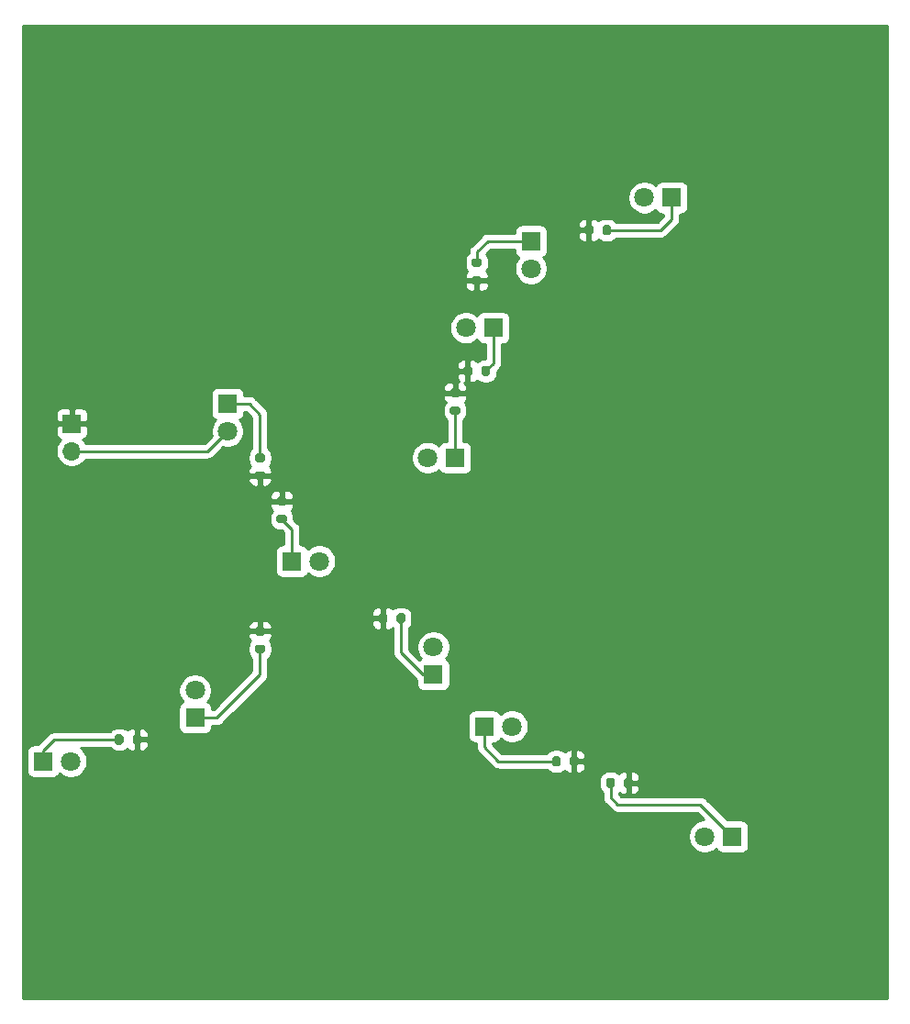
<source format=gbl>
%TF.GenerationSoftware,KiCad,Pcbnew,(5.1.10)-1*%
%TF.CreationDate,2021-09-04T18:59:30+09:00*%
%TF.ProjectId,TsukCTF,5473756b-4354-4462-9e6b-696361645f70,rev?*%
%TF.SameCoordinates,Original*%
%TF.FileFunction,Copper,L2,Bot*%
%TF.FilePolarity,Positive*%
%FSLAX46Y46*%
G04 Gerber Fmt 4.6, Leading zero omitted, Abs format (unit mm)*
G04 Created by KiCad (PCBNEW (5.1.10)-1) date 2021-09-04 18:59:30*
%MOMM*%
%LPD*%
G01*
G04 APERTURE LIST*
%TA.AperFunction,ComponentPad*%
%ADD10R,1.800000X1.800000*%
%TD*%
%TA.AperFunction,ComponentPad*%
%ADD11C,1.800000*%
%TD*%
%TA.AperFunction,ComponentPad*%
%ADD12R,1.700000X1.700000*%
%TD*%
%TA.AperFunction,ComponentPad*%
%ADD13O,1.700000X1.700000*%
%TD*%
%TA.AperFunction,Conductor*%
%ADD14C,0.250000*%
%TD*%
%TA.AperFunction,Conductor*%
%ADD15C,0.254000*%
%TD*%
%TA.AperFunction,Conductor*%
%ADD16C,0.100000*%
%TD*%
G04 APERTURE END LIST*
D10*
%TO.P,D3,1*%
%TO.N,Net-(D3-Pad1)*%
X149000000Y-115000000D03*
D11*
%TO.P,D3,2*%
%TO.N,+5V*%
X149000000Y-117540000D03*
%TD*%
D10*
%TO.P,D4,1*%
%TO.N,Net-(D4-Pad1)*%
X154940000Y-129540000D03*
D11*
%TO.P,D4,2*%
%TO.N,+5V*%
X157480000Y-129540000D03*
%TD*%
%TO.P,D5,2*%
%TO.N,+5V*%
X146000000Y-141460000D03*
D10*
%TO.P,D5,1*%
%TO.N,Net-(D5-Pad1)*%
X146000000Y-144000000D03*
%TD*%
D11*
%TO.P,D6,2*%
%TO.N,+5V*%
X167460000Y-120000000D03*
D10*
%TO.P,D6,1*%
%TO.N,Net-(D6-Pad1)*%
X170000000Y-120000000D03*
%TD*%
%TO.P,D7,1*%
%TO.N,Net-(D7-Pad1)*%
X195580000Y-154940000D03*
D11*
%TO.P,D7,2*%
%TO.N,+5V*%
X193040000Y-154940000D03*
%TD*%
%TO.P,D8,2*%
%TO.N,+5V*%
X134540000Y-148000000D03*
D10*
%TO.P,D8,1*%
%TO.N,Net-(D8-Pad1)*%
X132000000Y-148000000D03*
%TD*%
D11*
%TO.P,D9,2*%
%TO.N,+5V*%
X171000000Y-108000000D03*
D10*
%TO.P,D9,1*%
%TO.N,Net-(D9-Pad1)*%
X173540000Y-108000000D03*
%TD*%
D11*
%TO.P,D10,2*%
%TO.N,+5V*%
X177000000Y-102540000D03*
D10*
%TO.P,D10,1*%
%TO.N,Net-(D10-Pad1)*%
X177000000Y-100000000D03*
%TD*%
%TO.P,D11,1*%
%TO.N,Net-(D11-Pad1)*%
X190000000Y-96000000D03*
D11*
%TO.P,D11,2*%
%TO.N,+5V*%
X187460000Y-96000000D03*
%TD*%
D10*
%TO.P,D12,1*%
%TO.N,Net-(D12-Pad1)*%
X168000000Y-140000000D03*
D11*
%TO.P,D12,2*%
%TO.N,+5V*%
X168000000Y-137460000D03*
%TD*%
%TO.P,D13,2*%
%TO.N,+5V*%
X175260000Y-144780000D03*
D10*
%TO.P,D13,1*%
%TO.N,Net-(D13-Pad1)*%
X172720000Y-144780000D03*
%TD*%
D12*
%TO.P,J1,1*%
%TO.N,GND*%
X134620000Y-116840000D03*
D13*
%TO.P,J1,2*%
%TO.N,+5V*%
X134620000Y-119380000D03*
%TD*%
%TO.P,R3,2*%
%TO.N,GND*%
%TA.AperFunction,SMDPad,CuDef*%
G36*
G01*
X151725000Y-121250000D02*
X152275000Y-121250000D01*
G75*
G02*
X152475000Y-121450000I0J-200000D01*
G01*
X152475000Y-121850000D01*
G75*
G02*
X152275000Y-122050000I-200000J0D01*
G01*
X151725000Y-122050000D01*
G75*
G02*
X151525000Y-121850000I0J200000D01*
G01*
X151525000Y-121450000D01*
G75*
G02*
X151725000Y-121250000I200000J0D01*
G01*
G37*
%TD.AperFunction*%
%TO.P,R3,1*%
%TO.N,Net-(D3-Pad1)*%
%TA.AperFunction,SMDPad,CuDef*%
G36*
G01*
X151725000Y-119600000D02*
X152275000Y-119600000D01*
G75*
G02*
X152475000Y-119800000I0J-200000D01*
G01*
X152475000Y-120200000D01*
G75*
G02*
X152275000Y-120400000I-200000J0D01*
G01*
X151725000Y-120400000D01*
G75*
G02*
X151525000Y-120200000I0J200000D01*
G01*
X151525000Y-119800000D01*
G75*
G02*
X151725000Y-119600000I200000J0D01*
G01*
G37*
%TD.AperFunction*%
%TD*%
%TO.P,R4,1*%
%TO.N,Net-(D4-Pad1)*%
%TA.AperFunction,SMDPad,CuDef*%
G36*
G01*
X154275000Y-126050000D02*
X153725000Y-126050000D01*
G75*
G02*
X153525000Y-125850000I0J200000D01*
G01*
X153525000Y-125450000D01*
G75*
G02*
X153725000Y-125250000I200000J0D01*
G01*
X154275000Y-125250000D01*
G75*
G02*
X154475000Y-125450000I0J-200000D01*
G01*
X154475000Y-125850000D01*
G75*
G02*
X154275000Y-126050000I-200000J0D01*
G01*
G37*
%TD.AperFunction*%
%TO.P,R4,2*%
%TO.N,GND*%
%TA.AperFunction,SMDPad,CuDef*%
G36*
G01*
X154275000Y-124400000D02*
X153725000Y-124400000D01*
G75*
G02*
X153525000Y-124200000I0J200000D01*
G01*
X153525000Y-123800000D01*
G75*
G02*
X153725000Y-123600000I200000J0D01*
G01*
X154275000Y-123600000D01*
G75*
G02*
X154475000Y-123800000I0J-200000D01*
G01*
X154475000Y-124200000D01*
G75*
G02*
X154275000Y-124400000I-200000J0D01*
G01*
G37*
%TD.AperFunction*%
%TD*%
%TO.P,R5,2*%
%TO.N,GND*%
%TA.AperFunction,SMDPad,CuDef*%
G36*
G01*
X152275000Y-136400000D02*
X151725000Y-136400000D01*
G75*
G02*
X151525000Y-136200000I0J200000D01*
G01*
X151525000Y-135800000D01*
G75*
G02*
X151725000Y-135600000I200000J0D01*
G01*
X152275000Y-135600000D01*
G75*
G02*
X152475000Y-135800000I0J-200000D01*
G01*
X152475000Y-136200000D01*
G75*
G02*
X152275000Y-136400000I-200000J0D01*
G01*
G37*
%TD.AperFunction*%
%TO.P,R5,1*%
%TO.N,Net-(D5-Pad1)*%
%TA.AperFunction,SMDPad,CuDef*%
G36*
G01*
X152275000Y-138050000D02*
X151725000Y-138050000D01*
G75*
G02*
X151525000Y-137850000I0J200000D01*
G01*
X151525000Y-137450000D01*
G75*
G02*
X151725000Y-137250000I200000J0D01*
G01*
X152275000Y-137250000D01*
G75*
G02*
X152475000Y-137450000I0J-200000D01*
G01*
X152475000Y-137850000D01*
G75*
G02*
X152275000Y-138050000I-200000J0D01*
G01*
G37*
%TD.AperFunction*%
%TD*%
%TO.P,R6,1*%
%TO.N,Net-(D6-Pad1)*%
%TA.AperFunction,SMDPad,CuDef*%
G36*
G01*
X170275000Y-116050000D02*
X169725000Y-116050000D01*
G75*
G02*
X169525000Y-115850000I0J200000D01*
G01*
X169525000Y-115450000D01*
G75*
G02*
X169725000Y-115250000I200000J0D01*
G01*
X170275000Y-115250000D01*
G75*
G02*
X170475000Y-115450000I0J-200000D01*
G01*
X170475000Y-115850000D01*
G75*
G02*
X170275000Y-116050000I-200000J0D01*
G01*
G37*
%TD.AperFunction*%
%TO.P,R6,2*%
%TO.N,GND*%
%TA.AperFunction,SMDPad,CuDef*%
G36*
G01*
X170275000Y-114400000D02*
X169725000Y-114400000D01*
G75*
G02*
X169525000Y-114200000I0J200000D01*
G01*
X169525000Y-113800000D01*
G75*
G02*
X169725000Y-113600000I200000J0D01*
G01*
X170275000Y-113600000D01*
G75*
G02*
X170475000Y-113800000I0J-200000D01*
G01*
X170475000Y-114200000D01*
G75*
G02*
X170275000Y-114400000I-200000J0D01*
G01*
G37*
%TD.AperFunction*%
%TD*%
%TO.P,R7,1*%
%TO.N,Net-(D7-Pad1)*%
%TA.AperFunction,SMDPad,CuDef*%
G36*
G01*
X183950000Y-150275000D02*
X183950000Y-149725000D01*
G75*
G02*
X184150000Y-149525000I200000J0D01*
G01*
X184550000Y-149525000D01*
G75*
G02*
X184750000Y-149725000I0J-200000D01*
G01*
X184750000Y-150275000D01*
G75*
G02*
X184550000Y-150475000I-200000J0D01*
G01*
X184150000Y-150475000D01*
G75*
G02*
X183950000Y-150275000I0J200000D01*
G01*
G37*
%TD.AperFunction*%
%TO.P,R7,2*%
%TO.N,GND*%
%TA.AperFunction,SMDPad,CuDef*%
G36*
G01*
X185600000Y-150275000D02*
X185600000Y-149725000D01*
G75*
G02*
X185800000Y-149525000I200000J0D01*
G01*
X186200000Y-149525000D01*
G75*
G02*
X186400000Y-149725000I0J-200000D01*
G01*
X186400000Y-150275000D01*
G75*
G02*
X186200000Y-150475000I-200000J0D01*
G01*
X185800000Y-150475000D01*
G75*
G02*
X185600000Y-150275000I0J200000D01*
G01*
G37*
%TD.AperFunction*%
%TD*%
%TO.P,R8,2*%
%TO.N,GND*%
%TA.AperFunction,SMDPad,CuDef*%
G36*
G01*
X140250000Y-146275000D02*
X140250000Y-145725000D01*
G75*
G02*
X140450000Y-145525000I200000J0D01*
G01*
X140850000Y-145525000D01*
G75*
G02*
X141050000Y-145725000I0J-200000D01*
G01*
X141050000Y-146275000D01*
G75*
G02*
X140850000Y-146475000I-200000J0D01*
G01*
X140450000Y-146475000D01*
G75*
G02*
X140250000Y-146275000I0J200000D01*
G01*
G37*
%TD.AperFunction*%
%TO.P,R8,1*%
%TO.N,Net-(D8-Pad1)*%
%TA.AperFunction,SMDPad,CuDef*%
G36*
G01*
X138600000Y-146275000D02*
X138600000Y-145725000D01*
G75*
G02*
X138800000Y-145525000I200000J0D01*
G01*
X139200000Y-145525000D01*
G75*
G02*
X139400000Y-145725000I0J-200000D01*
G01*
X139400000Y-146275000D01*
G75*
G02*
X139200000Y-146475000I-200000J0D01*
G01*
X138800000Y-146475000D01*
G75*
G02*
X138600000Y-146275000I0J200000D01*
G01*
G37*
%TD.AperFunction*%
%TD*%
%TO.P,R9,1*%
%TO.N,Net-(D9-Pad1)*%
%TA.AperFunction,SMDPad,CuDef*%
G36*
G01*
X173225000Y-111725000D02*
X173225000Y-112275000D01*
G75*
G02*
X173025000Y-112475000I-200000J0D01*
G01*
X172625000Y-112475000D01*
G75*
G02*
X172425000Y-112275000I0J200000D01*
G01*
X172425000Y-111725000D01*
G75*
G02*
X172625000Y-111525000I200000J0D01*
G01*
X173025000Y-111525000D01*
G75*
G02*
X173225000Y-111725000I0J-200000D01*
G01*
G37*
%TD.AperFunction*%
%TO.P,R9,2*%
%TO.N,GND*%
%TA.AperFunction,SMDPad,CuDef*%
G36*
G01*
X171575000Y-111725000D02*
X171575000Y-112275000D01*
G75*
G02*
X171375000Y-112475000I-200000J0D01*
G01*
X170975000Y-112475000D01*
G75*
G02*
X170775000Y-112275000I0J200000D01*
G01*
X170775000Y-111725000D01*
G75*
G02*
X170975000Y-111525000I200000J0D01*
G01*
X171375000Y-111525000D01*
G75*
G02*
X171575000Y-111725000I0J-200000D01*
G01*
G37*
%TD.AperFunction*%
%TD*%
%TO.P,R10,1*%
%TO.N,Net-(D10-Pad1)*%
%TA.AperFunction,SMDPad,CuDef*%
G36*
G01*
X171725000Y-101600000D02*
X172275000Y-101600000D01*
G75*
G02*
X172475000Y-101800000I0J-200000D01*
G01*
X172475000Y-102200000D01*
G75*
G02*
X172275000Y-102400000I-200000J0D01*
G01*
X171725000Y-102400000D01*
G75*
G02*
X171525000Y-102200000I0J200000D01*
G01*
X171525000Y-101800000D01*
G75*
G02*
X171725000Y-101600000I200000J0D01*
G01*
G37*
%TD.AperFunction*%
%TO.P,R10,2*%
%TO.N,GND*%
%TA.AperFunction,SMDPad,CuDef*%
G36*
G01*
X171725000Y-103250000D02*
X172275000Y-103250000D01*
G75*
G02*
X172475000Y-103450000I0J-200000D01*
G01*
X172475000Y-103850000D01*
G75*
G02*
X172275000Y-104050000I-200000J0D01*
G01*
X171725000Y-104050000D01*
G75*
G02*
X171525000Y-103850000I0J200000D01*
G01*
X171525000Y-103450000D01*
G75*
G02*
X171725000Y-103250000I200000J0D01*
G01*
G37*
%TD.AperFunction*%
%TD*%
%TO.P,R11,2*%
%TO.N,GND*%
%TA.AperFunction,SMDPad,CuDef*%
G36*
G01*
X182750000Y-98725000D02*
X182750000Y-99275000D01*
G75*
G02*
X182550000Y-99475000I-200000J0D01*
G01*
X182150000Y-99475000D01*
G75*
G02*
X181950000Y-99275000I0J200000D01*
G01*
X181950000Y-98725000D01*
G75*
G02*
X182150000Y-98525000I200000J0D01*
G01*
X182550000Y-98525000D01*
G75*
G02*
X182750000Y-98725000I0J-200000D01*
G01*
G37*
%TD.AperFunction*%
%TO.P,R11,1*%
%TO.N,Net-(D11-Pad1)*%
%TA.AperFunction,SMDPad,CuDef*%
G36*
G01*
X184400000Y-98725000D02*
X184400000Y-99275000D01*
G75*
G02*
X184200000Y-99475000I-200000J0D01*
G01*
X183800000Y-99475000D01*
G75*
G02*
X183600000Y-99275000I0J200000D01*
G01*
X183600000Y-98725000D01*
G75*
G02*
X183800000Y-98525000I200000J0D01*
G01*
X184200000Y-98525000D01*
G75*
G02*
X184400000Y-98725000I0J-200000D01*
G01*
G37*
%TD.AperFunction*%
%TD*%
%TO.P,R12,2*%
%TO.N,GND*%
%TA.AperFunction,SMDPad,CuDef*%
G36*
G01*
X163750000Y-134550000D02*
X163750000Y-135100000D01*
G75*
G02*
X163550000Y-135300000I-200000J0D01*
G01*
X163150000Y-135300000D01*
G75*
G02*
X162950000Y-135100000I0J200000D01*
G01*
X162950000Y-134550000D01*
G75*
G02*
X163150000Y-134350000I200000J0D01*
G01*
X163550000Y-134350000D01*
G75*
G02*
X163750000Y-134550000I0J-200000D01*
G01*
G37*
%TD.AperFunction*%
%TO.P,R12,1*%
%TO.N,Net-(D12-Pad1)*%
%TA.AperFunction,SMDPad,CuDef*%
G36*
G01*
X165400000Y-134550000D02*
X165400000Y-135100000D01*
G75*
G02*
X165200000Y-135300000I-200000J0D01*
G01*
X164800000Y-135300000D01*
G75*
G02*
X164600000Y-135100000I0J200000D01*
G01*
X164600000Y-134550000D01*
G75*
G02*
X164800000Y-134350000I200000J0D01*
G01*
X165200000Y-134350000D01*
G75*
G02*
X165400000Y-134550000I0J-200000D01*
G01*
G37*
%TD.AperFunction*%
%TD*%
%TO.P,R13,1*%
%TO.N,Net-(D13-Pad1)*%
%TA.AperFunction,SMDPad,CuDef*%
G36*
G01*
X178950000Y-148275000D02*
X178950000Y-147725000D01*
G75*
G02*
X179150000Y-147525000I200000J0D01*
G01*
X179550000Y-147525000D01*
G75*
G02*
X179750000Y-147725000I0J-200000D01*
G01*
X179750000Y-148275000D01*
G75*
G02*
X179550000Y-148475000I-200000J0D01*
G01*
X179150000Y-148475000D01*
G75*
G02*
X178950000Y-148275000I0J200000D01*
G01*
G37*
%TD.AperFunction*%
%TO.P,R13,2*%
%TO.N,GND*%
%TA.AperFunction,SMDPad,CuDef*%
G36*
G01*
X180600000Y-148275000D02*
X180600000Y-147725000D01*
G75*
G02*
X180800000Y-147525000I200000J0D01*
G01*
X181200000Y-147525000D01*
G75*
G02*
X181400000Y-147725000I0J-200000D01*
G01*
X181400000Y-148275000D01*
G75*
G02*
X181200000Y-148475000I-200000J0D01*
G01*
X180800000Y-148475000D01*
G75*
G02*
X180600000Y-148275000I0J200000D01*
G01*
G37*
%TD.AperFunction*%
%TD*%
D14*
%TO.N,+5V*%
X147160000Y-119380000D02*
X149000000Y-117540000D01*
X134620000Y-119380000D02*
X147160000Y-119380000D01*
%TO.N,Net-(D3-Pad1)*%
X149000000Y-115000000D02*
X151000000Y-115000000D01*
X152000000Y-116000000D02*
X152000000Y-120000000D01*
X151000000Y-115000000D02*
X152000000Y-116000000D01*
%TO.N,Net-(D4-Pad1)*%
X154940000Y-126590000D02*
X154000000Y-125650000D01*
X154940000Y-129540000D02*
X154940000Y-126590000D01*
%TO.N,Net-(D5-Pad1)*%
X152000000Y-137650000D02*
X152000000Y-140000000D01*
X148000000Y-144000000D02*
X146000000Y-144000000D01*
X152000000Y-140000000D02*
X148000000Y-144000000D01*
%TO.N,Net-(D6-Pad1)*%
X170000000Y-115650000D02*
X170000000Y-120000000D01*
%TO.N,Net-(D7-Pad1)*%
X195580000Y-154940000D02*
X192640000Y-152000000D01*
X192640000Y-152000000D02*
X185000000Y-152000000D01*
X184350000Y-151350000D02*
X184350000Y-150000000D01*
X185000000Y-152000000D02*
X184350000Y-151350000D01*
%TO.N,Net-(D8-Pad1)*%
X132000000Y-148000000D02*
X132000000Y-147000000D01*
X132000000Y-147000000D02*
X133000000Y-146000000D01*
X133000000Y-146000000D02*
X139000000Y-146000000D01*
%TO.N,Net-(D9-Pad1)*%
X173540000Y-111285000D02*
X172825000Y-112000000D01*
X173540000Y-108000000D02*
X173540000Y-111285000D01*
%TO.N,Net-(D10-Pad1)*%
X172000000Y-102000000D02*
X172000000Y-101000000D01*
X173000000Y-100000000D02*
X177000000Y-100000000D01*
X172000000Y-101000000D02*
X173000000Y-100000000D01*
%TO.N,Net-(D11-Pad1)*%
X184000000Y-99000000D02*
X189000000Y-99000000D01*
X190000000Y-98000000D02*
X190000000Y-96000000D01*
X189000000Y-99000000D02*
X190000000Y-98000000D01*
%TO.N,Net-(D12-Pad1)*%
X168000000Y-140000000D02*
X167000000Y-140000000D01*
X165000000Y-138000000D02*
X165000000Y-134825000D01*
X167000000Y-140000000D02*
X165000000Y-138000000D01*
%TO.N,Net-(D13-Pad1)*%
X172720000Y-144780000D02*
X172720000Y-146720000D01*
X174000000Y-148000000D02*
X179350000Y-148000000D01*
X172720000Y-146720000D02*
X174000000Y-148000000D01*
%TD*%
D15*
%TO.N,GND*%
X209873000Y-169873000D02*
X130127000Y-169873000D01*
X130127000Y-149725000D01*
X183311928Y-149725000D01*
X183311928Y-150275000D01*
X183328031Y-150438500D01*
X183375722Y-150595716D01*
X183453169Y-150740608D01*
X183557394Y-150867606D01*
X183590000Y-150894365D01*
X183590000Y-151312677D01*
X183586324Y-151350000D01*
X183590000Y-151387322D01*
X183590000Y-151387332D01*
X183600997Y-151498985D01*
X183644454Y-151642246D01*
X183715026Y-151774276D01*
X183754871Y-151822826D01*
X183809999Y-151890001D01*
X183839002Y-151913803D01*
X184436200Y-152511002D01*
X184459999Y-152540001D01*
X184575724Y-152634974D01*
X184707753Y-152705546D01*
X184851014Y-152749003D01*
X184962667Y-152760000D01*
X184962677Y-152760000D01*
X185000000Y-152763676D01*
X185037323Y-152760000D01*
X192325199Y-152760000D01*
X192970199Y-153405000D01*
X192888816Y-153405000D01*
X192592257Y-153463989D01*
X192312905Y-153579701D01*
X192061495Y-153747688D01*
X191847688Y-153961495D01*
X191679701Y-154212905D01*
X191563989Y-154492257D01*
X191505000Y-154788816D01*
X191505000Y-155091184D01*
X191563989Y-155387743D01*
X191679701Y-155667095D01*
X191847688Y-155918505D01*
X192061495Y-156132312D01*
X192312905Y-156300299D01*
X192592257Y-156416011D01*
X192888816Y-156475000D01*
X193191184Y-156475000D01*
X193487743Y-156416011D01*
X193767095Y-156300299D01*
X194018505Y-156132312D01*
X194084944Y-156065873D01*
X194090498Y-156084180D01*
X194149463Y-156194494D01*
X194228815Y-156291185D01*
X194325506Y-156370537D01*
X194435820Y-156429502D01*
X194555518Y-156465812D01*
X194680000Y-156478072D01*
X196480000Y-156478072D01*
X196604482Y-156465812D01*
X196724180Y-156429502D01*
X196834494Y-156370537D01*
X196931185Y-156291185D01*
X197010537Y-156194494D01*
X197069502Y-156084180D01*
X197105812Y-155964482D01*
X197118072Y-155840000D01*
X197118072Y-154040000D01*
X197105812Y-153915518D01*
X197069502Y-153795820D01*
X197010537Y-153685506D01*
X196931185Y-153588815D01*
X196834494Y-153509463D01*
X196724180Y-153450498D01*
X196604482Y-153414188D01*
X196480000Y-153401928D01*
X195116730Y-153401928D01*
X193203804Y-151489003D01*
X193180001Y-151459999D01*
X193064276Y-151365026D01*
X192932247Y-151294454D01*
X192788986Y-151250997D01*
X192677333Y-151240000D01*
X192677322Y-151240000D01*
X192640000Y-151236324D01*
X192602678Y-151240000D01*
X185314802Y-151240000D01*
X185110000Y-151035199D01*
X185110000Y-150894365D01*
X185117590Y-150888137D01*
X185148815Y-150926185D01*
X185245506Y-151005537D01*
X185355820Y-151064502D01*
X185475518Y-151100812D01*
X185600000Y-151113072D01*
X185714250Y-151110000D01*
X185873000Y-150951250D01*
X185873000Y-150127000D01*
X186127000Y-150127000D01*
X186127000Y-150951250D01*
X186285750Y-151110000D01*
X186400000Y-151113072D01*
X186524482Y-151100812D01*
X186644180Y-151064502D01*
X186754494Y-151005537D01*
X186851185Y-150926185D01*
X186930537Y-150829494D01*
X186989502Y-150719180D01*
X187025812Y-150599482D01*
X187038072Y-150475000D01*
X187035000Y-150285750D01*
X186876250Y-150127000D01*
X186127000Y-150127000D01*
X185873000Y-150127000D01*
X185853000Y-150127000D01*
X185853000Y-149873000D01*
X185873000Y-149873000D01*
X185873000Y-149048750D01*
X186127000Y-149048750D01*
X186127000Y-149873000D01*
X186876250Y-149873000D01*
X187035000Y-149714250D01*
X187038072Y-149525000D01*
X187025812Y-149400518D01*
X186989502Y-149280820D01*
X186930537Y-149170506D01*
X186851185Y-149073815D01*
X186754494Y-148994463D01*
X186644180Y-148935498D01*
X186524482Y-148899188D01*
X186400000Y-148886928D01*
X186285750Y-148890000D01*
X186127000Y-149048750D01*
X185873000Y-149048750D01*
X185714250Y-148890000D01*
X185600000Y-148886928D01*
X185475518Y-148899188D01*
X185355820Y-148935498D01*
X185245506Y-148994463D01*
X185148815Y-149073815D01*
X185117590Y-149111863D01*
X185015608Y-149028169D01*
X184870716Y-148950722D01*
X184713500Y-148903031D01*
X184550000Y-148886928D01*
X184150000Y-148886928D01*
X183986500Y-148903031D01*
X183829284Y-148950722D01*
X183684392Y-149028169D01*
X183557394Y-149132394D01*
X183453169Y-149259392D01*
X183375722Y-149404284D01*
X183328031Y-149561500D01*
X183311928Y-149725000D01*
X130127000Y-149725000D01*
X130127000Y-147100000D01*
X130461928Y-147100000D01*
X130461928Y-148900000D01*
X130474188Y-149024482D01*
X130510498Y-149144180D01*
X130569463Y-149254494D01*
X130648815Y-149351185D01*
X130745506Y-149430537D01*
X130855820Y-149489502D01*
X130975518Y-149525812D01*
X131100000Y-149538072D01*
X132900000Y-149538072D01*
X133024482Y-149525812D01*
X133144180Y-149489502D01*
X133254494Y-149430537D01*
X133351185Y-149351185D01*
X133430537Y-149254494D01*
X133489502Y-149144180D01*
X133495056Y-149125873D01*
X133561495Y-149192312D01*
X133812905Y-149360299D01*
X134092257Y-149476011D01*
X134388816Y-149535000D01*
X134691184Y-149535000D01*
X134987743Y-149476011D01*
X135267095Y-149360299D01*
X135518505Y-149192312D01*
X135732312Y-148978505D01*
X135900299Y-148727095D01*
X136016011Y-148447743D01*
X136075000Y-148151184D01*
X136075000Y-147848816D01*
X136016011Y-147552257D01*
X135900299Y-147272905D01*
X135732312Y-147021495D01*
X135518505Y-146807688D01*
X135447135Y-146760000D01*
X138119084Y-146760000D01*
X138207394Y-146867606D01*
X138334392Y-146971831D01*
X138479284Y-147049278D01*
X138636500Y-147096969D01*
X138800000Y-147113072D01*
X139200000Y-147113072D01*
X139363500Y-147096969D01*
X139520716Y-147049278D01*
X139665608Y-146971831D01*
X139767590Y-146888137D01*
X139798815Y-146926185D01*
X139895506Y-147005537D01*
X140005820Y-147064502D01*
X140125518Y-147100812D01*
X140250000Y-147113072D01*
X140364250Y-147110000D01*
X140523000Y-146951250D01*
X140523000Y-146127000D01*
X140777000Y-146127000D01*
X140777000Y-146951250D01*
X140935750Y-147110000D01*
X141050000Y-147113072D01*
X141174482Y-147100812D01*
X141294180Y-147064502D01*
X141404494Y-147005537D01*
X141501185Y-146926185D01*
X141580537Y-146829494D01*
X141639502Y-146719180D01*
X141675812Y-146599482D01*
X141688072Y-146475000D01*
X141685000Y-146285750D01*
X141526250Y-146127000D01*
X140777000Y-146127000D01*
X140523000Y-146127000D01*
X140503000Y-146127000D01*
X140503000Y-145873000D01*
X140523000Y-145873000D01*
X140523000Y-145048750D01*
X140777000Y-145048750D01*
X140777000Y-145873000D01*
X141526250Y-145873000D01*
X141685000Y-145714250D01*
X141688072Y-145525000D01*
X141675812Y-145400518D01*
X141639502Y-145280820D01*
X141580537Y-145170506D01*
X141501185Y-145073815D01*
X141404494Y-144994463D01*
X141294180Y-144935498D01*
X141174482Y-144899188D01*
X141050000Y-144886928D01*
X140935750Y-144890000D01*
X140777000Y-145048750D01*
X140523000Y-145048750D01*
X140364250Y-144890000D01*
X140250000Y-144886928D01*
X140125518Y-144899188D01*
X140005820Y-144935498D01*
X139895506Y-144994463D01*
X139798815Y-145073815D01*
X139767590Y-145111863D01*
X139665608Y-145028169D01*
X139520716Y-144950722D01*
X139363500Y-144903031D01*
X139200000Y-144886928D01*
X138800000Y-144886928D01*
X138636500Y-144903031D01*
X138479284Y-144950722D01*
X138334392Y-145028169D01*
X138207394Y-145132394D01*
X138119084Y-145240000D01*
X133037333Y-145240000D01*
X133000000Y-145236323D01*
X132962667Y-145240000D01*
X132851014Y-145250997D01*
X132707753Y-145294454D01*
X132575724Y-145365026D01*
X132459999Y-145459999D01*
X132436201Y-145488997D01*
X131488998Y-146436201D01*
X131460000Y-146459999D01*
X131458417Y-146461928D01*
X131100000Y-146461928D01*
X130975518Y-146474188D01*
X130855820Y-146510498D01*
X130745506Y-146569463D01*
X130648815Y-146648815D01*
X130569463Y-146745506D01*
X130510498Y-146855820D01*
X130474188Y-146975518D01*
X130461928Y-147100000D01*
X130127000Y-147100000D01*
X130127000Y-143100000D01*
X144461928Y-143100000D01*
X144461928Y-144900000D01*
X144474188Y-145024482D01*
X144510498Y-145144180D01*
X144569463Y-145254494D01*
X144648815Y-145351185D01*
X144745506Y-145430537D01*
X144855820Y-145489502D01*
X144975518Y-145525812D01*
X145100000Y-145538072D01*
X146900000Y-145538072D01*
X147024482Y-145525812D01*
X147144180Y-145489502D01*
X147254494Y-145430537D01*
X147351185Y-145351185D01*
X147430537Y-145254494D01*
X147489502Y-145144180D01*
X147525812Y-145024482D01*
X147538072Y-144900000D01*
X147538072Y-144760000D01*
X147962678Y-144760000D01*
X148000000Y-144763676D01*
X148037322Y-144760000D01*
X148037333Y-144760000D01*
X148148986Y-144749003D01*
X148292247Y-144705546D01*
X148424276Y-144634974D01*
X148540001Y-144540001D01*
X148563804Y-144510997D01*
X149194801Y-143880000D01*
X171181928Y-143880000D01*
X171181928Y-145680000D01*
X171194188Y-145804482D01*
X171230498Y-145924180D01*
X171289463Y-146034494D01*
X171368815Y-146131185D01*
X171465506Y-146210537D01*
X171575820Y-146269502D01*
X171695518Y-146305812D01*
X171820000Y-146318072D01*
X171960001Y-146318072D01*
X171960001Y-146682668D01*
X171956324Y-146720000D01*
X171960001Y-146757333D01*
X171970998Y-146868986D01*
X171980160Y-146899188D01*
X172014454Y-147012246D01*
X172085026Y-147144276D01*
X172106553Y-147170506D01*
X172180000Y-147260001D01*
X172208998Y-147283799D01*
X173436201Y-148511003D01*
X173459999Y-148540001D01*
X173575724Y-148634974D01*
X173707753Y-148705546D01*
X173851014Y-148749003D01*
X173962667Y-148760000D01*
X173962676Y-148760000D01*
X173999999Y-148763676D01*
X174037322Y-148760000D01*
X178469084Y-148760000D01*
X178557394Y-148867606D01*
X178684392Y-148971831D01*
X178829284Y-149049278D01*
X178986500Y-149096969D01*
X179150000Y-149113072D01*
X179550000Y-149113072D01*
X179713500Y-149096969D01*
X179870716Y-149049278D01*
X180015608Y-148971831D01*
X180117590Y-148888137D01*
X180148815Y-148926185D01*
X180245506Y-149005537D01*
X180355820Y-149064502D01*
X180475518Y-149100812D01*
X180600000Y-149113072D01*
X180714250Y-149110000D01*
X180873000Y-148951250D01*
X180873000Y-148127000D01*
X181127000Y-148127000D01*
X181127000Y-148951250D01*
X181285750Y-149110000D01*
X181400000Y-149113072D01*
X181524482Y-149100812D01*
X181644180Y-149064502D01*
X181754494Y-149005537D01*
X181851185Y-148926185D01*
X181930537Y-148829494D01*
X181989502Y-148719180D01*
X182025812Y-148599482D01*
X182038072Y-148475000D01*
X182035000Y-148285750D01*
X181876250Y-148127000D01*
X181127000Y-148127000D01*
X180873000Y-148127000D01*
X180853000Y-148127000D01*
X180853000Y-147873000D01*
X180873000Y-147873000D01*
X180873000Y-147048750D01*
X181127000Y-147048750D01*
X181127000Y-147873000D01*
X181876250Y-147873000D01*
X182035000Y-147714250D01*
X182038072Y-147525000D01*
X182025812Y-147400518D01*
X181989502Y-147280820D01*
X181930537Y-147170506D01*
X181851185Y-147073815D01*
X181754494Y-146994463D01*
X181644180Y-146935498D01*
X181524482Y-146899188D01*
X181400000Y-146886928D01*
X181285750Y-146890000D01*
X181127000Y-147048750D01*
X180873000Y-147048750D01*
X180714250Y-146890000D01*
X180600000Y-146886928D01*
X180475518Y-146899188D01*
X180355820Y-146935498D01*
X180245506Y-146994463D01*
X180148815Y-147073815D01*
X180117590Y-147111863D01*
X180015608Y-147028169D01*
X179870716Y-146950722D01*
X179713500Y-146903031D01*
X179550000Y-146886928D01*
X179150000Y-146886928D01*
X178986500Y-146903031D01*
X178829284Y-146950722D01*
X178684392Y-147028169D01*
X178557394Y-147132394D01*
X178469084Y-147240000D01*
X174314802Y-147240000D01*
X173480000Y-146405199D01*
X173480000Y-146318072D01*
X173620000Y-146318072D01*
X173744482Y-146305812D01*
X173864180Y-146269502D01*
X173974494Y-146210537D01*
X174071185Y-146131185D01*
X174150537Y-146034494D01*
X174209502Y-145924180D01*
X174215056Y-145905873D01*
X174281495Y-145972312D01*
X174532905Y-146140299D01*
X174812257Y-146256011D01*
X175108816Y-146315000D01*
X175411184Y-146315000D01*
X175707743Y-146256011D01*
X175987095Y-146140299D01*
X176238505Y-145972312D01*
X176452312Y-145758505D01*
X176620299Y-145507095D01*
X176736011Y-145227743D01*
X176795000Y-144931184D01*
X176795000Y-144628816D01*
X176736011Y-144332257D01*
X176620299Y-144052905D01*
X176452312Y-143801495D01*
X176238505Y-143587688D01*
X175987095Y-143419701D01*
X175707743Y-143303989D01*
X175411184Y-143245000D01*
X175108816Y-143245000D01*
X174812257Y-143303989D01*
X174532905Y-143419701D01*
X174281495Y-143587688D01*
X174215056Y-143654127D01*
X174209502Y-143635820D01*
X174150537Y-143525506D01*
X174071185Y-143428815D01*
X173974494Y-143349463D01*
X173864180Y-143290498D01*
X173744482Y-143254188D01*
X173620000Y-143241928D01*
X171820000Y-143241928D01*
X171695518Y-143254188D01*
X171575820Y-143290498D01*
X171465506Y-143349463D01*
X171368815Y-143428815D01*
X171289463Y-143525506D01*
X171230498Y-143635820D01*
X171194188Y-143755518D01*
X171181928Y-143880000D01*
X149194801Y-143880000D01*
X152511003Y-140563799D01*
X152540001Y-140540001D01*
X152634974Y-140424276D01*
X152705546Y-140292247D01*
X152749003Y-140148986D01*
X152760000Y-140037333D01*
X152760000Y-140037324D01*
X152763676Y-140000001D01*
X152760000Y-139962678D01*
X152760000Y-138530916D01*
X152867606Y-138442606D01*
X152971831Y-138315608D01*
X153049278Y-138170716D01*
X153096969Y-138013500D01*
X153113072Y-137850000D01*
X153113072Y-137450000D01*
X153096969Y-137286500D01*
X153049278Y-137129284D01*
X152971831Y-136984392D01*
X152888137Y-136882410D01*
X152926185Y-136851185D01*
X153005537Y-136754494D01*
X153064502Y-136644180D01*
X153100812Y-136524482D01*
X153113072Y-136400000D01*
X153110000Y-136285750D01*
X152951250Y-136127000D01*
X152127000Y-136127000D01*
X152127000Y-136147000D01*
X151873000Y-136147000D01*
X151873000Y-136127000D01*
X151048750Y-136127000D01*
X150890000Y-136285750D01*
X150886928Y-136400000D01*
X150899188Y-136524482D01*
X150935498Y-136644180D01*
X150994463Y-136754494D01*
X151073815Y-136851185D01*
X151111863Y-136882410D01*
X151028169Y-136984392D01*
X150950722Y-137129284D01*
X150903031Y-137286500D01*
X150886928Y-137450000D01*
X150886928Y-137850000D01*
X150903031Y-138013500D01*
X150950722Y-138170716D01*
X151028169Y-138315608D01*
X151132394Y-138442606D01*
X151240000Y-138530917D01*
X151240001Y-139685197D01*
X147685199Y-143240000D01*
X147538072Y-143240000D01*
X147538072Y-143100000D01*
X147525812Y-142975518D01*
X147489502Y-142855820D01*
X147430537Y-142745506D01*
X147351185Y-142648815D01*
X147254494Y-142569463D01*
X147144180Y-142510498D01*
X147125873Y-142504944D01*
X147192312Y-142438505D01*
X147360299Y-142187095D01*
X147476011Y-141907743D01*
X147535000Y-141611184D01*
X147535000Y-141308816D01*
X147476011Y-141012257D01*
X147360299Y-140732905D01*
X147192312Y-140481495D01*
X146978505Y-140267688D01*
X146727095Y-140099701D01*
X146447743Y-139983989D01*
X146151184Y-139925000D01*
X145848816Y-139925000D01*
X145552257Y-139983989D01*
X145272905Y-140099701D01*
X145021495Y-140267688D01*
X144807688Y-140481495D01*
X144639701Y-140732905D01*
X144523989Y-141012257D01*
X144465000Y-141308816D01*
X144465000Y-141611184D01*
X144523989Y-141907743D01*
X144639701Y-142187095D01*
X144807688Y-142438505D01*
X144874127Y-142504944D01*
X144855820Y-142510498D01*
X144745506Y-142569463D01*
X144648815Y-142648815D01*
X144569463Y-142745506D01*
X144510498Y-142855820D01*
X144474188Y-142975518D01*
X144461928Y-143100000D01*
X130127000Y-143100000D01*
X130127000Y-135600000D01*
X150886928Y-135600000D01*
X150890000Y-135714250D01*
X151048750Y-135873000D01*
X151873000Y-135873000D01*
X151873000Y-135123750D01*
X152127000Y-135123750D01*
X152127000Y-135873000D01*
X152951250Y-135873000D01*
X153110000Y-135714250D01*
X153113072Y-135600000D01*
X153100812Y-135475518D01*
X153064502Y-135355820D01*
X153034666Y-135300000D01*
X162311928Y-135300000D01*
X162324188Y-135424482D01*
X162360498Y-135544180D01*
X162419463Y-135654494D01*
X162498815Y-135751185D01*
X162595506Y-135830537D01*
X162705820Y-135889502D01*
X162825518Y-135925812D01*
X162950000Y-135938072D01*
X163064250Y-135935000D01*
X163223000Y-135776250D01*
X163223000Y-134952000D01*
X162473750Y-134952000D01*
X162315000Y-135110750D01*
X162311928Y-135300000D01*
X153034666Y-135300000D01*
X153005537Y-135245506D01*
X152926185Y-135148815D01*
X152829494Y-135069463D01*
X152719180Y-135010498D01*
X152599482Y-134974188D01*
X152475000Y-134961928D01*
X152285750Y-134965000D01*
X152127000Y-135123750D01*
X151873000Y-135123750D01*
X151714250Y-134965000D01*
X151525000Y-134961928D01*
X151400518Y-134974188D01*
X151280820Y-135010498D01*
X151170506Y-135069463D01*
X151073815Y-135148815D01*
X150994463Y-135245506D01*
X150935498Y-135355820D01*
X150899188Y-135475518D01*
X150886928Y-135600000D01*
X130127000Y-135600000D01*
X130127000Y-134350000D01*
X162311928Y-134350000D01*
X162315000Y-134539250D01*
X162473750Y-134698000D01*
X163223000Y-134698000D01*
X163223000Y-133873750D01*
X163477000Y-133873750D01*
X163477000Y-134698000D01*
X163497000Y-134698000D01*
X163497000Y-134952000D01*
X163477000Y-134952000D01*
X163477000Y-135776250D01*
X163635750Y-135935000D01*
X163750000Y-135938072D01*
X163874482Y-135925812D01*
X163994180Y-135889502D01*
X164104494Y-135830537D01*
X164201185Y-135751185D01*
X164232410Y-135713137D01*
X164240001Y-135719366D01*
X164240000Y-137962677D01*
X164236324Y-138000000D01*
X164240000Y-138037322D01*
X164240000Y-138037332D01*
X164250997Y-138148985D01*
X164294454Y-138292246D01*
X164365026Y-138424276D01*
X164395927Y-138461928D01*
X164459999Y-138540001D01*
X164489003Y-138563804D01*
X166436201Y-140511003D01*
X166459999Y-140540001D01*
X166461928Y-140541584D01*
X166461928Y-140900000D01*
X166474188Y-141024482D01*
X166510498Y-141144180D01*
X166569463Y-141254494D01*
X166648815Y-141351185D01*
X166745506Y-141430537D01*
X166855820Y-141489502D01*
X166975518Y-141525812D01*
X167100000Y-141538072D01*
X168900000Y-141538072D01*
X169024482Y-141525812D01*
X169144180Y-141489502D01*
X169254494Y-141430537D01*
X169351185Y-141351185D01*
X169430537Y-141254494D01*
X169489502Y-141144180D01*
X169525812Y-141024482D01*
X169538072Y-140900000D01*
X169538072Y-139100000D01*
X169525812Y-138975518D01*
X169489502Y-138855820D01*
X169430537Y-138745506D01*
X169351185Y-138648815D01*
X169254494Y-138569463D01*
X169144180Y-138510498D01*
X169125873Y-138504944D01*
X169192312Y-138438505D01*
X169360299Y-138187095D01*
X169476011Y-137907743D01*
X169535000Y-137611184D01*
X169535000Y-137308816D01*
X169476011Y-137012257D01*
X169360299Y-136732905D01*
X169192312Y-136481495D01*
X168978505Y-136267688D01*
X168727095Y-136099701D01*
X168447743Y-135983989D01*
X168151184Y-135925000D01*
X167848816Y-135925000D01*
X167552257Y-135983989D01*
X167272905Y-136099701D01*
X167021495Y-136267688D01*
X166807688Y-136481495D01*
X166639701Y-136732905D01*
X166523989Y-137012257D01*
X166465000Y-137308816D01*
X166465000Y-137611184D01*
X166523989Y-137907743D01*
X166639701Y-138187095D01*
X166807688Y-138438505D01*
X166874127Y-138504944D01*
X166855820Y-138510498D01*
X166745506Y-138569463D01*
X166689900Y-138615098D01*
X165760000Y-137685199D01*
X165760000Y-135719365D01*
X165792606Y-135692606D01*
X165896831Y-135565608D01*
X165974278Y-135420716D01*
X166021969Y-135263500D01*
X166038072Y-135100000D01*
X166038072Y-134550000D01*
X166021969Y-134386500D01*
X165974278Y-134229284D01*
X165896831Y-134084392D01*
X165792606Y-133957394D01*
X165665608Y-133853169D01*
X165520716Y-133775722D01*
X165363500Y-133728031D01*
X165200000Y-133711928D01*
X164800000Y-133711928D01*
X164636500Y-133728031D01*
X164479284Y-133775722D01*
X164334392Y-133853169D01*
X164232410Y-133936863D01*
X164201185Y-133898815D01*
X164104494Y-133819463D01*
X163994180Y-133760498D01*
X163874482Y-133724188D01*
X163750000Y-133711928D01*
X163635750Y-133715000D01*
X163477000Y-133873750D01*
X163223000Y-133873750D01*
X163064250Y-133715000D01*
X162950000Y-133711928D01*
X162825518Y-133724188D01*
X162705820Y-133760498D01*
X162595506Y-133819463D01*
X162498815Y-133898815D01*
X162419463Y-133995506D01*
X162360498Y-134105820D01*
X162324188Y-134225518D01*
X162311928Y-134350000D01*
X130127000Y-134350000D01*
X130127000Y-124400000D01*
X152886928Y-124400000D01*
X152899188Y-124524482D01*
X152935498Y-124644180D01*
X152994463Y-124754494D01*
X153073815Y-124851185D01*
X153111863Y-124882410D01*
X153028169Y-124984392D01*
X152950722Y-125129284D01*
X152903031Y-125286500D01*
X152886928Y-125450000D01*
X152886928Y-125850000D01*
X152903031Y-126013500D01*
X152950722Y-126170716D01*
X153028169Y-126315608D01*
X153132394Y-126442606D01*
X153259392Y-126546831D01*
X153404284Y-126624278D01*
X153561500Y-126671969D01*
X153725000Y-126688072D01*
X153963270Y-126688072D01*
X154180001Y-126904803D01*
X154180001Y-128001928D01*
X154040000Y-128001928D01*
X153915518Y-128014188D01*
X153795820Y-128050498D01*
X153685506Y-128109463D01*
X153588815Y-128188815D01*
X153509463Y-128285506D01*
X153450498Y-128395820D01*
X153414188Y-128515518D01*
X153401928Y-128640000D01*
X153401928Y-130440000D01*
X153414188Y-130564482D01*
X153450498Y-130684180D01*
X153509463Y-130794494D01*
X153588815Y-130891185D01*
X153685506Y-130970537D01*
X153795820Y-131029502D01*
X153915518Y-131065812D01*
X154040000Y-131078072D01*
X155840000Y-131078072D01*
X155964482Y-131065812D01*
X156084180Y-131029502D01*
X156194494Y-130970537D01*
X156291185Y-130891185D01*
X156370537Y-130794494D01*
X156429502Y-130684180D01*
X156435056Y-130665873D01*
X156501495Y-130732312D01*
X156752905Y-130900299D01*
X157032257Y-131016011D01*
X157328816Y-131075000D01*
X157631184Y-131075000D01*
X157927743Y-131016011D01*
X158207095Y-130900299D01*
X158458505Y-130732312D01*
X158672312Y-130518505D01*
X158840299Y-130267095D01*
X158956011Y-129987743D01*
X159015000Y-129691184D01*
X159015000Y-129388816D01*
X158956011Y-129092257D01*
X158840299Y-128812905D01*
X158672312Y-128561495D01*
X158458505Y-128347688D01*
X158207095Y-128179701D01*
X157927743Y-128063989D01*
X157631184Y-128005000D01*
X157328816Y-128005000D01*
X157032257Y-128063989D01*
X156752905Y-128179701D01*
X156501495Y-128347688D01*
X156435056Y-128414127D01*
X156429502Y-128395820D01*
X156370537Y-128285506D01*
X156291185Y-128188815D01*
X156194494Y-128109463D01*
X156084180Y-128050498D01*
X155964482Y-128014188D01*
X155840000Y-128001928D01*
X155700000Y-128001928D01*
X155700000Y-126627325D01*
X155703676Y-126590000D01*
X155700000Y-126552675D01*
X155700000Y-126552667D01*
X155689003Y-126441014D01*
X155645546Y-126297753D01*
X155574974Y-126165724D01*
X155480001Y-126049999D01*
X155451003Y-126026201D01*
X155113072Y-125688270D01*
X155113072Y-125450000D01*
X155096969Y-125286500D01*
X155049278Y-125129284D01*
X154971831Y-124984392D01*
X154888137Y-124882410D01*
X154926185Y-124851185D01*
X155005537Y-124754494D01*
X155064502Y-124644180D01*
X155100812Y-124524482D01*
X155113072Y-124400000D01*
X155110000Y-124285750D01*
X154951250Y-124127000D01*
X154127000Y-124127000D01*
X154127000Y-124147000D01*
X153873000Y-124147000D01*
X153873000Y-124127000D01*
X153048750Y-124127000D01*
X152890000Y-124285750D01*
X152886928Y-124400000D01*
X130127000Y-124400000D01*
X130127000Y-123600000D01*
X152886928Y-123600000D01*
X152890000Y-123714250D01*
X153048750Y-123873000D01*
X153873000Y-123873000D01*
X153873000Y-123123750D01*
X154127000Y-123123750D01*
X154127000Y-123873000D01*
X154951250Y-123873000D01*
X155110000Y-123714250D01*
X155113072Y-123600000D01*
X155100812Y-123475518D01*
X155064502Y-123355820D01*
X155005537Y-123245506D01*
X154926185Y-123148815D01*
X154829494Y-123069463D01*
X154719180Y-123010498D01*
X154599482Y-122974188D01*
X154475000Y-122961928D01*
X154285750Y-122965000D01*
X154127000Y-123123750D01*
X153873000Y-123123750D01*
X153714250Y-122965000D01*
X153525000Y-122961928D01*
X153400518Y-122974188D01*
X153280820Y-123010498D01*
X153170506Y-123069463D01*
X153073815Y-123148815D01*
X152994463Y-123245506D01*
X152935498Y-123355820D01*
X152899188Y-123475518D01*
X152886928Y-123600000D01*
X130127000Y-123600000D01*
X130127000Y-122050000D01*
X150886928Y-122050000D01*
X150899188Y-122174482D01*
X150935498Y-122294180D01*
X150994463Y-122404494D01*
X151073815Y-122501185D01*
X151170506Y-122580537D01*
X151280820Y-122639502D01*
X151400518Y-122675812D01*
X151525000Y-122688072D01*
X151714250Y-122685000D01*
X151873000Y-122526250D01*
X151873000Y-121777000D01*
X152127000Y-121777000D01*
X152127000Y-122526250D01*
X152285750Y-122685000D01*
X152475000Y-122688072D01*
X152599482Y-122675812D01*
X152719180Y-122639502D01*
X152829494Y-122580537D01*
X152926185Y-122501185D01*
X153005537Y-122404494D01*
X153064502Y-122294180D01*
X153100812Y-122174482D01*
X153113072Y-122050000D01*
X153110000Y-121935750D01*
X152951250Y-121777000D01*
X152127000Y-121777000D01*
X151873000Y-121777000D01*
X151048750Y-121777000D01*
X150890000Y-121935750D01*
X150886928Y-122050000D01*
X130127000Y-122050000D01*
X130127000Y-117690000D01*
X133131928Y-117690000D01*
X133144188Y-117814482D01*
X133180498Y-117934180D01*
X133239463Y-118044494D01*
X133318815Y-118141185D01*
X133415506Y-118220537D01*
X133525820Y-118279502D01*
X133598380Y-118301513D01*
X133466525Y-118433368D01*
X133304010Y-118676589D01*
X133192068Y-118946842D01*
X133135000Y-119233740D01*
X133135000Y-119526260D01*
X133192068Y-119813158D01*
X133304010Y-120083411D01*
X133466525Y-120326632D01*
X133673368Y-120533475D01*
X133916589Y-120695990D01*
X134186842Y-120807932D01*
X134473740Y-120865000D01*
X134766260Y-120865000D01*
X135053158Y-120807932D01*
X135323411Y-120695990D01*
X135566632Y-120533475D01*
X135773475Y-120326632D01*
X135898178Y-120140000D01*
X147122678Y-120140000D01*
X147160000Y-120143676D01*
X147197322Y-120140000D01*
X147197333Y-120140000D01*
X147308986Y-120129003D01*
X147452247Y-120085546D01*
X147584276Y-120014974D01*
X147700001Y-119920001D01*
X147723804Y-119890997D01*
X148591070Y-119023731D01*
X148848816Y-119075000D01*
X149151184Y-119075000D01*
X149447743Y-119016011D01*
X149727095Y-118900299D01*
X149978505Y-118732312D01*
X150192312Y-118518505D01*
X150360299Y-118267095D01*
X150476011Y-117987743D01*
X150535000Y-117691184D01*
X150535000Y-117388816D01*
X150476011Y-117092257D01*
X150360299Y-116812905D01*
X150192312Y-116561495D01*
X150125873Y-116495056D01*
X150144180Y-116489502D01*
X150254494Y-116430537D01*
X150351185Y-116351185D01*
X150430537Y-116254494D01*
X150489502Y-116144180D01*
X150525812Y-116024482D01*
X150538072Y-115900000D01*
X150538072Y-115760000D01*
X150685199Y-115760000D01*
X151240000Y-116314802D01*
X151240001Y-119119083D01*
X151132394Y-119207394D01*
X151028169Y-119334392D01*
X150950722Y-119479284D01*
X150903031Y-119636500D01*
X150886928Y-119800000D01*
X150886928Y-120200000D01*
X150903031Y-120363500D01*
X150950722Y-120520716D01*
X151028169Y-120665608D01*
X151111863Y-120767590D01*
X151073815Y-120798815D01*
X150994463Y-120895506D01*
X150935498Y-121005820D01*
X150899188Y-121125518D01*
X150886928Y-121250000D01*
X150890000Y-121364250D01*
X151048750Y-121523000D01*
X151873000Y-121523000D01*
X151873000Y-121503000D01*
X152127000Y-121503000D01*
X152127000Y-121523000D01*
X152951250Y-121523000D01*
X153110000Y-121364250D01*
X153113072Y-121250000D01*
X153100812Y-121125518D01*
X153064502Y-121005820D01*
X153005537Y-120895506D01*
X152926185Y-120798815D01*
X152888137Y-120767590D01*
X152971831Y-120665608D01*
X153049278Y-120520716D01*
X153096969Y-120363500D01*
X153113072Y-120200000D01*
X153113072Y-119848816D01*
X165925000Y-119848816D01*
X165925000Y-120151184D01*
X165983989Y-120447743D01*
X166099701Y-120727095D01*
X166267688Y-120978505D01*
X166481495Y-121192312D01*
X166732905Y-121360299D01*
X167012257Y-121476011D01*
X167308816Y-121535000D01*
X167611184Y-121535000D01*
X167907743Y-121476011D01*
X168187095Y-121360299D01*
X168438505Y-121192312D01*
X168504944Y-121125873D01*
X168510498Y-121144180D01*
X168569463Y-121254494D01*
X168648815Y-121351185D01*
X168745506Y-121430537D01*
X168855820Y-121489502D01*
X168975518Y-121525812D01*
X169100000Y-121538072D01*
X170900000Y-121538072D01*
X171024482Y-121525812D01*
X171144180Y-121489502D01*
X171254494Y-121430537D01*
X171351185Y-121351185D01*
X171430537Y-121254494D01*
X171489502Y-121144180D01*
X171525812Y-121024482D01*
X171538072Y-120900000D01*
X171538072Y-119100000D01*
X171525812Y-118975518D01*
X171489502Y-118855820D01*
X171430537Y-118745506D01*
X171351185Y-118648815D01*
X171254494Y-118569463D01*
X171144180Y-118510498D01*
X171024482Y-118474188D01*
X170900000Y-118461928D01*
X170760000Y-118461928D01*
X170760000Y-116530916D01*
X170867606Y-116442606D01*
X170971831Y-116315608D01*
X171049278Y-116170716D01*
X171096969Y-116013500D01*
X171113072Y-115850000D01*
X171113072Y-115450000D01*
X171096969Y-115286500D01*
X171049278Y-115129284D01*
X170971831Y-114984392D01*
X170888137Y-114882410D01*
X170926185Y-114851185D01*
X171005537Y-114754494D01*
X171064502Y-114644180D01*
X171100812Y-114524482D01*
X171113072Y-114400000D01*
X171110000Y-114285750D01*
X170951250Y-114127000D01*
X170127000Y-114127000D01*
X170127000Y-114147000D01*
X169873000Y-114147000D01*
X169873000Y-114127000D01*
X169048750Y-114127000D01*
X168890000Y-114285750D01*
X168886928Y-114400000D01*
X168899188Y-114524482D01*
X168935498Y-114644180D01*
X168994463Y-114754494D01*
X169073815Y-114851185D01*
X169111863Y-114882410D01*
X169028169Y-114984392D01*
X168950722Y-115129284D01*
X168903031Y-115286500D01*
X168886928Y-115450000D01*
X168886928Y-115850000D01*
X168903031Y-116013500D01*
X168950722Y-116170716D01*
X169028169Y-116315608D01*
X169132394Y-116442606D01*
X169240000Y-116530917D01*
X169240001Y-118461928D01*
X169100000Y-118461928D01*
X168975518Y-118474188D01*
X168855820Y-118510498D01*
X168745506Y-118569463D01*
X168648815Y-118648815D01*
X168569463Y-118745506D01*
X168510498Y-118855820D01*
X168504944Y-118874127D01*
X168438505Y-118807688D01*
X168187095Y-118639701D01*
X167907743Y-118523989D01*
X167611184Y-118465000D01*
X167308816Y-118465000D01*
X167012257Y-118523989D01*
X166732905Y-118639701D01*
X166481495Y-118807688D01*
X166267688Y-119021495D01*
X166099701Y-119272905D01*
X165983989Y-119552257D01*
X165925000Y-119848816D01*
X153113072Y-119848816D01*
X153113072Y-119800000D01*
X153096969Y-119636500D01*
X153049278Y-119479284D01*
X152971831Y-119334392D01*
X152867606Y-119207394D01*
X152760000Y-119119084D01*
X152760000Y-116037333D01*
X152763677Y-116000000D01*
X152749003Y-115851014D01*
X152705546Y-115707753D01*
X152634974Y-115575724D01*
X152563799Y-115488997D01*
X152540001Y-115459999D01*
X152511004Y-115436202D01*
X151563804Y-114489002D01*
X151540001Y-114459999D01*
X151424276Y-114365026D01*
X151292247Y-114294454D01*
X151148986Y-114250997D01*
X151037333Y-114240000D01*
X151037322Y-114240000D01*
X151000000Y-114236324D01*
X150962678Y-114240000D01*
X150538072Y-114240000D01*
X150538072Y-114100000D01*
X150525812Y-113975518D01*
X150489502Y-113855820D01*
X150430537Y-113745506D01*
X150351185Y-113648815D01*
X150291704Y-113600000D01*
X168886928Y-113600000D01*
X168890000Y-113714250D01*
X169048750Y-113873000D01*
X169873000Y-113873000D01*
X169873000Y-113123750D01*
X170127000Y-113123750D01*
X170127000Y-113873000D01*
X170951250Y-113873000D01*
X171110000Y-113714250D01*
X171113072Y-113600000D01*
X171100812Y-113475518D01*
X171064502Y-113355820D01*
X171005537Y-113245506D01*
X170926185Y-113148815D01*
X170879217Y-113110270D01*
X170889250Y-113110000D01*
X171048000Y-112951250D01*
X171048000Y-112127000D01*
X170298750Y-112127000D01*
X170140000Y-112285750D01*
X170136928Y-112475000D01*
X170149188Y-112599482D01*
X170185498Y-112719180D01*
X170244463Y-112829494D01*
X170323815Y-112926185D01*
X170369456Y-112963641D01*
X170285750Y-112965000D01*
X170127000Y-113123750D01*
X169873000Y-113123750D01*
X169714250Y-112965000D01*
X169525000Y-112961928D01*
X169400518Y-112974188D01*
X169280820Y-113010498D01*
X169170506Y-113069463D01*
X169073815Y-113148815D01*
X168994463Y-113245506D01*
X168935498Y-113355820D01*
X168899188Y-113475518D01*
X168886928Y-113600000D01*
X150291704Y-113600000D01*
X150254494Y-113569463D01*
X150144180Y-113510498D01*
X150024482Y-113474188D01*
X149900000Y-113461928D01*
X148100000Y-113461928D01*
X147975518Y-113474188D01*
X147855820Y-113510498D01*
X147745506Y-113569463D01*
X147648815Y-113648815D01*
X147569463Y-113745506D01*
X147510498Y-113855820D01*
X147474188Y-113975518D01*
X147461928Y-114100000D01*
X147461928Y-115900000D01*
X147474188Y-116024482D01*
X147510498Y-116144180D01*
X147569463Y-116254494D01*
X147648815Y-116351185D01*
X147745506Y-116430537D01*
X147855820Y-116489502D01*
X147874127Y-116495056D01*
X147807688Y-116561495D01*
X147639701Y-116812905D01*
X147523989Y-117092257D01*
X147465000Y-117388816D01*
X147465000Y-117691184D01*
X147516269Y-117948930D01*
X146845199Y-118620000D01*
X135898178Y-118620000D01*
X135773475Y-118433368D01*
X135641620Y-118301513D01*
X135714180Y-118279502D01*
X135824494Y-118220537D01*
X135921185Y-118141185D01*
X136000537Y-118044494D01*
X136059502Y-117934180D01*
X136095812Y-117814482D01*
X136108072Y-117690000D01*
X136105000Y-117125750D01*
X135946250Y-116967000D01*
X134747000Y-116967000D01*
X134747000Y-116987000D01*
X134493000Y-116987000D01*
X134493000Y-116967000D01*
X133293750Y-116967000D01*
X133135000Y-117125750D01*
X133131928Y-117690000D01*
X130127000Y-117690000D01*
X130127000Y-115990000D01*
X133131928Y-115990000D01*
X133135000Y-116554250D01*
X133293750Y-116713000D01*
X134493000Y-116713000D01*
X134493000Y-115513750D01*
X134747000Y-115513750D01*
X134747000Y-116713000D01*
X135946250Y-116713000D01*
X136105000Y-116554250D01*
X136108072Y-115990000D01*
X136095812Y-115865518D01*
X136059502Y-115745820D01*
X136000537Y-115635506D01*
X135921185Y-115538815D01*
X135824494Y-115459463D01*
X135714180Y-115400498D01*
X135594482Y-115364188D01*
X135470000Y-115351928D01*
X134905750Y-115355000D01*
X134747000Y-115513750D01*
X134493000Y-115513750D01*
X134334250Y-115355000D01*
X133770000Y-115351928D01*
X133645518Y-115364188D01*
X133525820Y-115400498D01*
X133415506Y-115459463D01*
X133318815Y-115538815D01*
X133239463Y-115635506D01*
X133180498Y-115745820D01*
X133144188Y-115865518D01*
X133131928Y-115990000D01*
X130127000Y-115990000D01*
X130127000Y-111525000D01*
X170136928Y-111525000D01*
X170140000Y-111714250D01*
X170298750Y-111873000D01*
X171048000Y-111873000D01*
X171048000Y-111048750D01*
X170889250Y-110890000D01*
X170775000Y-110886928D01*
X170650518Y-110899188D01*
X170530820Y-110935498D01*
X170420506Y-110994463D01*
X170323815Y-111073815D01*
X170244463Y-111170506D01*
X170185498Y-111280820D01*
X170149188Y-111400518D01*
X170136928Y-111525000D01*
X130127000Y-111525000D01*
X130127000Y-107848816D01*
X169465000Y-107848816D01*
X169465000Y-108151184D01*
X169523989Y-108447743D01*
X169639701Y-108727095D01*
X169807688Y-108978505D01*
X170021495Y-109192312D01*
X170272905Y-109360299D01*
X170552257Y-109476011D01*
X170848816Y-109535000D01*
X171151184Y-109535000D01*
X171447743Y-109476011D01*
X171727095Y-109360299D01*
X171978505Y-109192312D01*
X172044944Y-109125873D01*
X172050498Y-109144180D01*
X172109463Y-109254494D01*
X172188815Y-109351185D01*
X172285506Y-109430537D01*
X172395820Y-109489502D01*
X172515518Y-109525812D01*
X172640000Y-109538072D01*
X172780000Y-109538072D01*
X172780001Y-110886928D01*
X172625000Y-110886928D01*
X172461500Y-110903031D01*
X172304284Y-110950722D01*
X172159392Y-111028169D01*
X172057410Y-111111863D01*
X172026185Y-111073815D01*
X171929494Y-110994463D01*
X171819180Y-110935498D01*
X171699482Y-110899188D01*
X171575000Y-110886928D01*
X171460750Y-110890000D01*
X171302000Y-111048750D01*
X171302000Y-111873000D01*
X171322000Y-111873000D01*
X171322000Y-112127000D01*
X171302000Y-112127000D01*
X171302000Y-112951250D01*
X171460750Y-113110000D01*
X171575000Y-113113072D01*
X171699482Y-113100812D01*
X171819180Y-113064502D01*
X171929494Y-113005537D01*
X172026185Y-112926185D01*
X172057410Y-112888137D01*
X172159392Y-112971831D01*
X172304284Y-113049278D01*
X172461500Y-113096969D01*
X172625000Y-113113072D01*
X173025000Y-113113072D01*
X173188500Y-113096969D01*
X173345716Y-113049278D01*
X173490608Y-112971831D01*
X173617606Y-112867606D01*
X173721831Y-112740608D01*
X173799278Y-112595716D01*
X173846969Y-112438500D01*
X173863072Y-112275000D01*
X173863072Y-112036730D01*
X174051002Y-111848799D01*
X174080001Y-111825001D01*
X174174974Y-111709276D01*
X174245546Y-111577247D01*
X174289003Y-111433986D01*
X174300000Y-111322333D01*
X174300000Y-111322325D01*
X174303676Y-111285000D01*
X174300000Y-111247675D01*
X174300000Y-109538072D01*
X174440000Y-109538072D01*
X174564482Y-109525812D01*
X174684180Y-109489502D01*
X174794494Y-109430537D01*
X174891185Y-109351185D01*
X174970537Y-109254494D01*
X175029502Y-109144180D01*
X175065812Y-109024482D01*
X175078072Y-108900000D01*
X175078072Y-107100000D01*
X175065812Y-106975518D01*
X175029502Y-106855820D01*
X174970537Y-106745506D01*
X174891185Y-106648815D01*
X174794494Y-106569463D01*
X174684180Y-106510498D01*
X174564482Y-106474188D01*
X174440000Y-106461928D01*
X172640000Y-106461928D01*
X172515518Y-106474188D01*
X172395820Y-106510498D01*
X172285506Y-106569463D01*
X172188815Y-106648815D01*
X172109463Y-106745506D01*
X172050498Y-106855820D01*
X172044944Y-106874127D01*
X171978505Y-106807688D01*
X171727095Y-106639701D01*
X171447743Y-106523989D01*
X171151184Y-106465000D01*
X170848816Y-106465000D01*
X170552257Y-106523989D01*
X170272905Y-106639701D01*
X170021495Y-106807688D01*
X169807688Y-107021495D01*
X169639701Y-107272905D01*
X169523989Y-107552257D01*
X169465000Y-107848816D01*
X130127000Y-107848816D01*
X130127000Y-104050000D01*
X170886928Y-104050000D01*
X170899188Y-104174482D01*
X170935498Y-104294180D01*
X170994463Y-104404494D01*
X171073815Y-104501185D01*
X171170506Y-104580537D01*
X171280820Y-104639502D01*
X171400518Y-104675812D01*
X171525000Y-104688072D01*
X171714250Y-104685000D01*
X171873000Y-104526250D01*
X171873000Y-103777000D01*
X172127000Y-103777000D01*
X172127000Y-104526250D01*
X172285750Y-104685000D01*
X172475000Y-104688072D01*
X172599482Y-104675812D01*
X172719180Y-104639502D01*
X172829494Y-104580537D01*
X172926185Y-104501185D01*
X173005537Y-104404494D01*
X173064502Y-104294180D01*
X173100812Y-104174482D01*
X173113072Y-104050000D01*
X173110000Y-103935750D01*
X172951250Y-103777000D01*
X172127000Y-103777000D01*
X171873000Y-103777000D01*
X171048750Y-103777000D01*
X170890000Y-103935750D01*
X170886928Y-104050000D01*
X130127000Y-104050000D01*
X130127000Y-101800000D01*
X170886928Y-101800000D01*
X170886928Y-102200000D01*
X170903031Y-102363500D01*
X170950722Y-102520716D01*
X171028169Y-102665608D01*
X171111863Y-102767590D01*
X171073815Y-102798815D01*
X170994463Y-102895506D01*
X170935498Y-103005820D01*
X170899188Y-103125518D01*
X170886928Y-103250000D01*
X170890000Y-103364250D01*
X171048750Y-103523000D01*
X171873000Y-103523000D01*
X171873000Y-103503000D01*
X172127000Y-103503000D01*
X172127000Y-103523000D01*
X172951250Y-103523000D01*
X173110000Y-103364250D01*
X173113072Y-103250000D01*
X173100812Y-103125518D01*
X173064502Y-103005820D01*
X173005537Y-102895506D01*
X172926185Y-102798815D01*
X172888137Y-102767590D01*
X172971831Y-102665608D01*
X173049278Y-102520716D01*
X173096969Y-102363500D01*
X173113072Y-102200000D01*
X173113072Y-101800000D01*
X173096969Y-101636500D01*
X173049278Y-101479284D01*
X172971831Y-101334392D01*
X172867606Y-101207394D01*
X172867497Y-101207304D01*
X173314802Y-100760000D01*
X175461928Y-100760000D01*
X175461928Y-100900000D01*
X175474188Y-101024482D01*
X175510498Y-101144180D01*
X175569463Y-101254494D01*
X175648815Y-101351185D01*
X175745506Y-101430537D01*
X175855820Y-101489502D01*
X175874127Y-101495056D01*
X175807688Y-101561495D01*
X175639701Y-101812905D01*
X175523989Y-102092257D01*
X175465000Y-102388816D01*
X175465000Y-102691184D01*
X175523989Y-102987743D01*
X175639701Y-103267095D01*
X175807688Y-103518505D01*
X176021495Y-103732312D01*
X176272905Y-103900299D01*
X176552257Y-104016011D01*
X176848816Y-104075000D01*
X177151184Y-104075000D01*
X177447743Y-104016011D01*
X177727095Y-103900299D01*
X177978505Y-103732312D01*
X178192312Y-103518505D01*
X178360299Y-103267095D01*
X178476011Y-102987743D01*
X178535000Y-102691184D01*
X178535000Y-102388816D01*
X178476011Y-102092257D01*
X178360299Y-101812905D01*
X178192312Y-101561495D01*
X178125873Y-101495056D01*
X178144180Y-101489502D01*
X178254494Y-101430537D01*
X178351185Y-101351185D01*
X178430537Y-101254494D01*
X178489502Y-101144180D01*
X178525812Y-101024482D01*
X178538072Y-100900000D01*
X178538072Y-99475000D01*
X181311928Y-99475000D01*
X181324188Y-99599482D01*
X181360498Y-99719180D01*
X181419463Y-99829494D01*
X181498815Y-99926185D01*
X181595506Y-100005537D01*
X181705820Y-100064502D01*
X181825518Y-100100812D01*
X181950000Y-100113072D01*
X182064250Y-100110000D01*
X182223000Y-99951250D01*
X182223000Y-99127000D01*
X181473750Y-99127000D01*
X181315000Y-99285750D01*
X181311928Y-99475000D01*
X178538072Y-99475000D01*
X178538072Y-99100000D01*
X178525812Y-98975518D01*
X178489502Y-98855820D01*
X178430537Y-98745506D01*
X178351185Y-98648815D01*
X178254494Y-98569463D01*
X178171311Y-98525000D01*
X181311928Y-98525000D01*
X181315000Y-98714250D01*
X181473750Y-98873000D01*
X182223000Y-98873000D01*
X182223000Y-98048750D01*
X182477000Y-98048750D01*
X182477000Y-98873000D01*
X182497000Y-98873000D01*
X182497000Y-99127000D01*
X182477000Y-99127000D01*
X182477000Y-99951250D01*
X182635750Y-100110000D01*
X182750000Y-100113072D01*
X182874482Y-100100812D01*
X182994180Y-100064502D01*
X183104494Y-100005537D01*
X183201185Y-99926185D01*
X183232410Y-99888137D01*
X183334392Y-99971831D01*
X183479284Y-100049278D01*
X183636500Y-100096969D01*
X183800000Y-100113072D01*
X184200000Y-100113072D01*
X184363500Y-100096969D01*
X184520716Y-100049278D01*
X184665608Y-99971831D01*
X184792606Y-99867606D01*
X184880916Y-99760000D01*
X188962678Y-99760000D01*
X189000000Y-99763676D01*
X189037322Y-99760000D01*
X189037333Y-99760000D01*
X189148986Y-99749003D01*
X189292247Y-99705546D01*
X189424276Y-99634974D01*
X189540001Y-99540001D01*
X189563804Y-99510998D01*
X190511004Y-98563798D01*
X190540001Y-98540001D01*
X190634974Y-98424276D01*
X190705546Y-98292247D01*
X190749003Y-98148986D01*
X190760000Y-98037333D01*
X190760000Y-98037332D01*
X190763677Y-98000000D01*
X190760000Y-97962667D01*
X190760000Y-97538072D01*
X190900000Y-97538072D01*
X191024482Y-97525812D01*
X191144180Y-97489502D01*
X191254494Y-97430537D01*
X191351185Y-97351185D01*
X191430537Y-97254494D01*
X191489502Y-97144180D01*
X191525812Y-97024482D01*
X191538072Y-96900000D01*
X191538072Y-95100000D01*
X191525812Y-94975518D01*
X191489502Y-94855820D01*
X191430537Y-94745506D01*
X191351185Y-94648815D01*
X191254494Y-94569463D01*
X191144180Y-94510498D01*
X191024482Y-94474188D01*
X190900000Y-94461928D01*
X189100000Y-94461928D01*
X188975518Y-94474188D01*
X188855820Y-94510498D01*
X188745506Y-94569463D01*
X188648815Y-94648815D01*
X188569463Y-94745506D01*
X188510498Y-94855820D01*
X188504944Y-94874127D01*
X188438505Y-94807688D01*
X188187095Y-94639701D01*
X187907743Y-94523989D01*
X187611184Y-94465000D01*
X187308816Y-94465000D01*
X187012257Y-94523989D01*
X186732905Y-94639701D01*
X186481495Y-94807688D01*
X186267688Y-95021495D01*
X186099701Y-95272905D01*
X185983989Y-95552257D01*
X185925000Y-95848816D01*
X185925000Y-96151184D01*
X185983989Y-96447743D01*
X186099701Y-96727095D01*
X186267688Y-96978505D01*
X186481495Y-97192312D01*
X186732905Y-97360299D01*
X187012257Y-97476011D01*
X187308816Y-97535000D01*
X187611184Y-97535000D01*
X187907743Y-97476011D01*
X188187095Y-97360299D01*
X188438505Y-97192312D01*
X188504944Y-97125873D01*
X188510498Y-97144180D01*
X188569463Y-97254494D01*
X188648815Y-97351185D01*
X188745506Y-97430537D01*
X188855820Y-97489502D01*
X188975518Y-97525812D01*
X189100000Y-97538072D01*
X189240000Y-97538072D01*
X189240000Y-97685198D01*
X188685199Y-98240000D01*
X184880916Y-98240000D01*
X184792606Y-98132394D01*
X184665608Y-98028169D01*
X184520716Y-97950722D01*
X184363500Y-97903031D01*
X184200000Y-97886928D01*
X183800000Y-97886928D01*
X183636500Y-97903031D01*
X183479284Y-97950722D01*
X183334392Y-98028169D01*
X183232410Y-98111863D01*
X183201185Y-98073815D01*
X183104494Y-97994463D01*
X182994180Y-97935498D01*
X182874482Y-97899188D01*
X182750000Y-97886928D01*
X182635750Y-97890000D01*
X182477000Y-98048750D01*
X182223000Y-98048750D01*
X182064250Y-97890000D01*
X181950000Y-97886928D01*
X181825518Y-97899188D01*
X181705820Y-97935498D01*
X181595506Y-97994463D01*
X181498815Y-98073815D01*
X181419463Y-98170506D01*
X181360498Y-98280820D01*
X181324188Y-98400518D01*
X181311928Y-98525000D01*
X178171311Y-98525000D01*
X178144180Y-98510498D01*
X178024482Y-98474188D01*
X177900000Y-98461928D01*
X176100000Y-98461928D01*
X175975518Y-98474188D01*
X175855820Y-98510498D01*
X175745506Y-98569463D01*
X175648815Y-98648815D01*
X175569463Y-98745506D01*
X175510498Y-98855820D01*
X175474188Y-98975518D01*
X175461928Y-99100000D01*
X175461928Y-99240000D01*
X173037333Y-99240000D01*
X173000000Y-99236323D01*
X172962667Y-99240000D01*
X172851014Y-99250997D01*
X172707753Y-99294454D01*
X172575724Y-99365026D01*
X172459999Y-99459999D01*
X172436201Y-99488997D01*
X171488998Y-100436201D01*
X171460000Y-100459999D01*
X171436202Y-100488997D01*
X171436201Y-100488998D01*
X171365026Y-100575724D01*
X171294454Y-100707754D01*
X171250998Y-100851015D01*
X171236324Y-101000000D01*
X171240001Y-101037332D01*
X171240001Y-101119083D01*
X171132394Y-101207394D01*
X171028169Y-101334392D01*
X170950722Y-101479284D01*
X170903031Y-101636500D01*
X170886928Y-101800000D01*
X130127000Y-101800000D01*
X130127000Y-80127000D01*
X209873000Y-80127000D01*
X209873000Y-169873000D01*
%TA.AperFunction,Conductor*%
D16*
G36*
X209873000Y-169873000D02*
G01*
X130127000Y-169873000D01*
X130127000Y-149725000D01*
X183311928Y-149725000D01*
X183311928Y-150275000D01*
X183328031Y-150438500D01*
X183375722Y-150595716D01*
X183453169Y-150740608D01*
X183557394Y-150867606D01*
X183590000Y-150894365D01*
X183590000Y-151312677D01*
X183586324Y-151350000D01*
X183590000Y-151387322D01*
X183590000Y-151387332D01*
X183600997Y-151498985D01*
X183644454Y-151642246D01*
X183715026Y-151774276D01*
X183754871Y-151822826D01*
X183809999Y-151890001D01*
X183839002Y-151913803D01*
X184436200Y-152511002D01*
X184459999Y-152540001D01*
X184575724Y-152634974D01*
X184707753Y-152705546D01*
X184851014Y-152749003D01*
X184962667Y-152760000D01*
X184962677Y-152760000D01*
X185000000Y-152763676D01*
X185037323Y-152760000D01*
X192325199Y-152760000D01*
X192970199Y-153405000D01*
X192888816Y-153405000D01*
X192592257Y-153463989D01*
X192312905Y-153579701D01*
X192061495Y-153747688D01*
X191847688Y-153961495D01*
X191679701Y-154212905D01*
X191563989Y-154492257D01*
X191505000Y-154788816D01*
X191505000Y-155091184D01*
X191563989Y-155387743D01*
X191679701Y-155667095D01*
X191847688Y-155918505D01*
X192061495Y-156132312D01*
X192312905Y-156300299D01*
X192592257Y-156416011D01*
X192888816Y-156475000D01*
X193191184Y-156475000D01*
X193487743Y-156416011D01*
X193767095Y-156300299D01*
X194018505Y-156132312D01*
X194084944Y-156065873D01*
X194090498Y-156084180D01*
X194149463Y-156194494D01*
X194228815Y-156291185D01*
X194325506Y-156370537D01*
X194435820Y-156429502D01*
X194555518Y-156465812D01*
X194680000Y-156478072D01*
X196480000Y-156478072D01*
X196604482Y-156465812D01*
X196724180Y-156429502D01*
X196834494Y-156370537D01*
X196931185Y-156291185D01*
X197010537Y-156194494D01*
X197069502Y-156084180D01*
X197105812Y-155964482D01*
X197118072Y-155840000D01*
X197118072Y-154040000D01*
X197105812Y-153915518D01*
X197069502Y-153795820D01*
X197010537Y-153685506D01*
X196931185Y-153588815D01*
X196834494Y-153509463D01*
X196724180Y-153450498D01*
X196604482Y-153414188D01*
X196480000Y-153401928D01*
X195116730Y-153401928D01*
X193203804Y-151489003D01*
X193180001Y-151459999D01*
X193064276Y-151365026D01*
X192932247Y-151294454D01*
X192788986Y-151250997D01*
X192677333Y-151240000D01*
X192677322Y-151240000D01*
X192640000Y-151236324D01*
X192602678Y-151240000D01*
X185314802Y-151240000D01*
X185110000Y-151035199D01*
X185110000Y-150894365D01*
X185117590Y-150888137D01*
X185148815Y-150926185D01*
X185245506Y-151005537D01*
X185355820Y-151064502D01*
X185475518Y-151100812D01*
X185600000Y-151113072D01*
X185714250Y-151110000D01*
X185873000Y-150951250D01*
X185873000Y-150127000D01*
X186127000Y-150127000D01*
X186127000Y-150951250D01*
X186285750Y-151110000D01*
X186400000Y-151113072D01*
X186524482Y-151100812D01*
X186644180Y-151064502D01*
X186754494Y-151005537D01*
X186851185Y-150926185D01*
X186930537Y-150829494D01*
X186989502Y-150719180D01*
X187025812Y-150599482D01*
X187038072Y-150475000D01*
X187035000Y-150285750D01*
X186876250Y-150127000D01*
X186127000Y-150127000D01*
X185873000Y-150127000D01*
X185853000Y-150127000D01*
X185853000Y-149873000D01*
X185873000Y-149873000D01*
X185873000Y-149048750D01*
X186127000Y-149048750D01*
X186127000Y-149873000D01*
X186876250Y-149873000D01*
X187035000Y-149714250D01*
X187038072Y-149525000D01*
X187025812Y-149400518D01*
X186989502Y-149280820D01*
X186930537Y-149170506D01*
X186851185Y-149073815D01*
X186754494Y-148994463D01*
X186644180Y-148935498D01*
X186524482Y-148899188D01*
X186400000Y-148886928D01*
X186285750Y-148890000D01*
X186127000Y-149048750D01*
X185873000Y-149048750D01*
X185714250Y-148890000D01*
X185600000Y-148886928D01*
X185475518Y-148899188D01*
X185355820Y-148935498D01*
X185245506Y-148994463D01*
X185148815Y-149073815D01*
X185117590Y-149111863D01*
X185015608Y-149028169D01*
X184870716Y-148950722D01*
X184713500Y-148903031D01*
X184550000Y-148886928D01*
X184150000Y-148886928D01*
X183986500Y-148903031D01*
X183829284Y-148950722D01*
X183684392Y-149028169D01*
X183557394Y-149132394D01*
X183453169Y-149259392D01*
X183375722Y-149404284D01*
X183328031Y-149561500D01*
X183311928Y-149725000D01*
X130127000Y-149725000D01*
X130127000Y-147100000D01*
X130461928Y-147100000D01*
X130461928Y-148900000D01*
X130474188Y-149024482D01*
X130510498Y-149144180D01*
X130569463Y-149254494D01*
X130648815Y-149351185D01*
X130745506Y-149430537D01*
X130855820Y-149489502D01*
X130975518Y-149525812D01*
X131100000Y-149538072D01*
X132900000Y-149538072D01*
X133024482Y-149525812D01*
X133144180Y-149489502D01*
X133254494Y-149430537D01*
X133351185Y-149351185D01*
X133430537Y-149254494D01*
X133489502Y-149144180D01*
X133495056Y-149125873D01*
X133561495Y-149192312D01*
X133812905Y-149360299D01*
X134092257Y-149476011D01*
X134388816Y-149535000D01*
X134691184Y-149535000D01*
X134987743Y-149476011D01*
X135267095Y-149360299D01*
X135518505Y-149192312D01*
X135732312Y-148978505D01*
X135900299Y-148727095D01*
X136016011Y-148447743D01*
X136075000Y-148151184D01*
X136075000Y-147848816D01*
X136016011Y-147552257D01*
X135900299Y-147272905D01*
X135732312Y-147021495D01*
X135518505Y-146807688D01*
X135447135Y-146760000D01*
X138119084Y-146760000D01*
X138207394Y-146867606D01*
X138334392Y-146971831D01*
X138479284Y-147049278D01*
X138636500Y-147096969D01*
X138800000Y-147113072D01*
X139200000Y-147113072D01*
X139363500Y-147096969D01*
X139520716Y-147049278D01*
X139665608Y-146971831D01*
X139767590Y-146888137D01*
X139798815Y-146926185D01*
X139895506Y-147005537D01*
X140005820Y-147064502D01*
X140125518Y-147100812D01*
X140250000Y-147113072D01*
X140364250Y-147110000D01*
X140523000Y-146951250D01*
X140523000Y-146127000D01*
X140777000Y-146127000D01*
X140777000Y-146951250D01*
X140935750Y-147110000D01*
X141050000Y-147113072D01*
X141174482Y-147100812D01*
X141294180Y-147064502D01*
X141404494Y-147005537D01*
X141501185Y-146926185D01*
X141580537Y-146829494D01*
X141639502Y-146719180D01*
X141675812Y-146599482D01*
X141688072Y-146475000D01*
X141685000Y-146285750D01*
X141526250Y-146127000D01*
X140777000Y-146127000D01*
X140523000Y-146127000D01*
X140503000Y-146127000D01*
X140503000Y-145873000D01*
X140523000Y-145873000D01*
X140523000Y-145048750D01*
X140777000Y-145048750D01*
X140777000Y-145873000D01*
X141526250Y-145873000D01*
X141685000Y-145714250D01*
X141688072Y-145525000D01*
X141675812Y-145400518D01*
X141639502Y-145280820D01*
X141580537Y-145170506D01*
X141501185Y-145073815D01*
X141404494Y-144994463D01*
X141294180Y-144935498D01*
X141174482Y-144899188D01*
X141050000Y-144886928D01*
X140935750Y-144890000D01*
X140777000Y-145048750D01*
X140523000Y-145048750D01*
X140364250Y-144890000D01*
X140250000Y-144886928D01*
X140125518Y-144899188D01*
X140005820Y-144935498D01*
X139895506Y-144994463D01*
X139798815Y-145073815D01*
X139767590Y-145111863D01*
X139665608Y-145028169D01*
X139520716Y-144950722D01*
X139363500Y-144903031D01*
X139200000Y-144886928D01*
X138800000Y-144886928D01*
X138636500Y-144903031D01*
X138479284Y-144950722D01*
X138334392Y-145028169D01*
X138207394Y-145132394D01*
X138119084Y-145240000D01*
X133037333Y-145240000D01*
X133000000Y-145236323D01*
X132962667Y-145240000D01*
X132851014Y-145250997D01*
X132707753Y-145294454D01*
X132575724Y-145365026D01*
X132459999Y-145459999D01*
X132436201Y-145488997D01*
X131488998Y-146436201D01*
X131460000Y-146459999D01*
X131458417Y-146461928D01*
X131100000Y-146461928D01*
X130975518Y-146474188D01*
X130855820Y-146510498D01*
X130745506Y-146569463D01*
X130648815Y-146648815D01*
X130569463Y-146745506D01*
X130510498Y-146855820D01*
X130474188Y-146975518D01*
X130461928Y-147100000D01*
X130127000Y-147100000D01*
X130127000Y-143100000D01*
X144461928Y-143100000D01*
X144461928Y-144900000D01*
X144474188Y-145024482D01*
X144510498Y-145144180D01*
X144569463Y-145254494D01*
X144648815Y-145351185D01*
X144745506Y-145430537D01*
X144855820Y-145489502D01*
X144975518Y-145525812D01*
X145100000Y-145538072D01*
X146900000Y-145538072D01*
X147024482Y-145525812D01*
X147144180Y-145489502D01*
X147254494Y-145430537D01*
X147351185Y-145351185D01*
X147430537Y-145254494D01*
X147489502Y-145144180D01*
X147525812Y-145024482D01*
X147538072Y-144900000D01*
X147538072Y-144760000D01*
X147962678Y-144760000D01*
X148000000Y-144763676D01*
X148037322Y-144760000D01*
X148037333Y-144760000D01*
X148148986Y-144749003D01*
X148292247Y-144705546D01*
X148424276Y-144634974D01*
X148540001Y-144540001D01*
X148563804Y-144510997D01*
X149194801Y-143880000D01*
X171181928Y-143880000D01*
X171181928Y-145680000D01*
X171194188Y-145804482D01*
X171230498Y-145924180D01*
X171289463Y-146034494D01*
X171368815Y-146131185D01*
X171465506Y-146210537D01*
X171575820Y-146269502D01*
X171695518Y-146305812D01*
X171820000Y-146318072D01*
X171960001Y-146318072D01*
X171960001Y-146682668D01*
X171956324Y-146720000D01*
X171960001Y-146757333D01*
X171970998Y-146868986D01*
X171980160Y-146899188D01*
X172014454Y-147012246D01*
X172085026Y-147144276D01*
X172106553Y-147170506D01*
X172180000Y-147260001D01*
X172208998Y-147283799D01*
X173436201Y-148511003D01*
X173459999Y-148540001D01*
X173575724Y-148634974D01*
X173707753Y-148705546D01*
X173851014Y-148749003D01*
X173962667Y-148760000D01*
X173962676Y-148760000D01*
X173999999Y-148763676D01*
X174037322Y-148760000D01*
X178469084Y-148760000D01*
X178557394Y-148867606D01*
X178684392Y-148971831D01*
X178829284Y-149049278D01*
X178986500Y-149096969D01*
X179150000Y-149113072D01*
X179550000Y-149113072D01*
X179713500Y-149096969D01*
X179870716Y-149049278D01*
X180015608Y-148971831D01*
X180117590Y-148888137D01*
X180148815Y-148926185D01*
X180245506Y-149005537D01*
X180355820Y-149064502D01*
X180475518Y-149100812D01*
X180600000Y-149113072D01*
X180714250Y-149110000D01*
X180873000Y-148951250D01*
X180873000Y-148127000D01*
X181127000Y-148127000D01*
X181127000Y-148951250D01*
X181285750Y-149110000D01*
X181400000Y-149113072D01*
X181524482Y-149100812D01*
X181644180Y-149064502D01*
X181754494Y-149005537D01*
X181851185Y-148926185D01*
X181930537Y-148829494D01*
X181989502Y-148719180D01*
X182025812Y-148599482D01*
X182038072Y-148475000D01*
X182035000Y-148285750D01*
X181876250Y-148127000D01*
X181127000Y-148127000D01*
X180873000Y-148127000D01*
X180853000Y-148127000D01*
X180853000Y-147873000D01*
X180873000Y-147873000D01*
X180873000Y-147048750D01*
X181127000Y-147048750D01*
X181127000Y-147873000D01*
X181876250Y-147873000D01*
X182035000Y-147714250D01*
X182038072Y-147525000D01*
X182025812Y-147400518D01*
X181989502Y-147280820D01*
X181930537Y-147170506D01*
X181851185Y-147073815D01*
X181754494Y-146994463D01*
X181644180Y-146935498D01*
X181524482Y-146899188D01*
X181400000Y-146886928D01*
X181285750Y-146890000D01*
X181127000Y-147048750D01*
X180873000Y-147048750D01*
X180714250Y-146890000D01*
X180600000Y-146886928D01*
X180475518Y-146899188D01*
X180355820Y-146935498D01*
X180245506Y-146994463D01*
X180148815Y-147073815D01*
X180117590Y-147111863D01*
X180015608Y-147028169D01*
X179870716Y-146950722D01*
X179713500Y-146903031D01*
X179550000Y-146886928D01*
X179150000Y-146886928D01*
X178986500Y-146903031D01*
X178829284Y-146950722D01*
X178684392Y-147028169D01*
X178557394Y-147132394D01*
X178469084Y-147240000D01*
X174314802Y-147240000D01*
X173480000Y-146405199D01*
X173480000Y-146318072D01*
X173620000Y-146318072D01*
X173744482Y-146305812D01*
X173864180Y-146269502D01*
X173974494Y-146210537D01*
X174071185Y-146131185D01*
X174150537Y-146034494D01*
X174209502Y-145924180D01*
X174215056Y-145905873D01*
X174281495Y-145972312D01*
X174532905Y-146140299D01*
X174812257Y-146256011D01*
X175108816Y-146315000D01*
X175411184Y-146315000D01*
X175707743Y-146256011D01*
X175987095Y-146140299D01*
X176238505Y-145972312D01*
X176452312Y-145758505D01*
X176620299Y-145507095D01*
X176736011Y-145227743D01*
X176795000Y-144931184D01*
X176795000Y-144628816D01*
X176736011Y-144332257D01*
X176620299Y-144052905D01*
X176452312Y-143801495D01*
X176238505Y-143587688D01*
X175987095Y-143419701D01*
X175707743Y-143303989D01*
X175411184Y-143245000D01*
X175108816Y-143245000D01*
X174812257Y-143303989D01*
X174532905Y-143419701D01*
X174281495Y-143587688D01*
X174215056Y-143654127D01*
X174209502Y-143635820D01*
X174150537Y-143525506D01*
X174071185Y-143428815D01*
X173974494Y-143349463D01*
X173864180Y-143290498D01*
X173744482Y-143254188D01*
X173620000Y-143241928D01*
X171820000Y-143241928D01*
X171695518Y-143254188D01*
X171575820Y-143290498D01*
X171465506Y-143349463D01*
X171368815Y-143428815D01*
X171289463Y-143525506D01*
X171230498Y-143635820D01*
X171194188Y-143755518D01*
X171181928Y-143880000D01*
X149194801Y-143880000D01*
X152511003Y-140563799D01*
X152540001Y-140540001D01*
X152634974Y-140424276D01*
X152705546Y-140292247D01*
X152749003Y-140148986D01*
X152760000Y-140037333D01*
X152760000Y-140037324D01*
X152763676Y-140000001D01*
X152760000Y-139962678D01*
X152760000Y-138530916D01*
X152867606Y-138442606D01*
X152971831Y-138315608D01*
X153049278Y-138170716D01*
X153096969Y-138013500D01*
X153113072Y-137850000D01*
X153113072Y-137450000D01*
X153096969Y-137286500D01*
X153049278Y-137129284D01*
X152971831Y-136984392D01*
X152888137Y-136882410D01*
X152926185Y-136851185D01*
X153005537Y-136754494D01*
X153064502Y-136644180D01*
X153100812Y-136524482D01*
X153113072Y-136400000D01*
X153110000Y-136285750D01*
X152951250Y-136127000D01*
X152127000Y-136127000D01*
X152127000Y-136147000D01*
X151873000Y-136147000D01*
X151873000Y-136127000D01*
X151048750Y-136127000D01*
X150890000Y-136285750D01*
X150886928Y-136400000D01*
X150899188Y-136524482D01*
X150935498Y-136644180D01*
X150994463Y-136754494D01*
X151073815Y-136851185D01*
X151111863Y-136882410D01*
X151028169Y-136984392D01*
X150950722Y-137129284D01*
X150903031Y-137286500D01*
X150886928Y-137450000D01*
X150886928Y-137850000D01*
X150903031Y-138013500D01*
X150950722Y-138170716D01*
X151028169Y-138315608D01*
X151132394Y-138442606D01*
X151240000Y-138530917D01*
X151240001Y-139685197D01*
X147685199Y-143240000D01*
X147538072Y-143240000D01*
X147538072Y-143100000D01*
X147525812Y-142975518D01*
X147489502Y-142855820D01*
X147430537Y-142745506D01*
X147351185Y-142648815D01*
X147254494Y-142569463D01*
X147144180Y-142510498D01*
X147125873Y-142504944D01*
X147192312Y-142438505D01*
X147360299Y-142187095D01*
X147476011Y-141907743D01*
X147535000Y-141611184D01*
X147535000Y-141308816D01*
X147476011Y-141012257D01*
X147360299Y-140732905D01*
X147192312Y-140481495D01*
X146978505Y-140267688D01*
X146727095Y-140099701D01*
X146447743Y-139983989D01*
X146151184Y-139925000D01*
X145848816Y-139925000D01*
X145552257Y-139983989D01*
X145272905Y-140099701D01*
X145021495Y-140267688D01*
X144807688Y-140481495D01*
X144639701Y-140732905D01*
X144523989Y-141012257D01*
X144465000Y-141308816D01*
X144465000Y-141611184D01*
X144523989Y-141907743D01*
X144639701Y-142187095D01*
X144807688Y-142438505D01*
X144874127Y-142504944D01*
X144855820Y-142510498D01*
X144745506Y-142569463D01*
X144648815Y-142648815D01*
X144569463Y-142745506D01*
X144510498Y-142855820D01*
X144474188Y-142975518D01*
X144461928Y-143100000D01*
X130127000Y-143100000D01*
X130127000Y-135600000D01*
X150886928Y-135600000D01*
X150890000Y-135714250D01*
X151048750Y-135873000D01*
X151873000Y-135873000D01*
X151873000Y-135123750D01*
X152127000Y-135123750D01*
X152127000Y-135873000D01*
X152951250Y-135873000D01*
X153110000Y-135714250D01*
X153113072Y-135600000D01*
X153100812Y-135475518D01*
X153064502Y-135355820D01*
X153034666Y-135300000D01*
X162311928Y-135300000D01*
X162324188Y-135424482D01*
X162360498Y-135544180D01*
X162419463Y-135654494D01*
X162498815Y-135751185D01*
X162595506Y-135830537D01*
X162705820Y-135889502D01*
X162825518Y-135925812D01*
X162950000Y-135938072D01*
X163064250Y-135935000D01*
X163223000Y-135776250D01*
X163223000Y-134952000D01*
X162473750Y-134952000D01*
X162315000Y-135110750D01*
X162311928Y-135300000D01*
X153034666Y-135300000D01*
X153005537Y-135245506D01*
X152926185Y-135148815D01*
X152829494Y-135069463D01*
X152719180Y-135010498D01*
X152599482Y-134974188D01*
X152475000Y-134961928D01*
X152285750Y-134965000D01*
X152127000Y-135123750D01*
X151873000Y-135123750D01*
X151714250Y-134965000D01*
X151525000Y-134961928D01*
X151400518Y-134974188D01*
X151280820Y-135010498D01*
X151170506Y-135069463D01*
X151073815Y-135148815D01*
X150994463Y-135245506D01*
X150935498Y-135355820D01*
X150899188Y-135475518D01*
X150886928Y-135600000D01*
X130127000Y-135600000D01*
X130127000Y-134350000D01*
X162311928Y-134350000D01*
X162315000Y-134539250D01*
X162473750Y-134698000D01*
X163223000Y-134698000D01*
X163223000Y-133873750D01*
X163477000Y-133873750D01*
X163477000Y-134698000D01*
X163497000Y-134698000D01*
X163497000Y-134952000D01*
X163477000Y-134952000D01*
X163477000Y-135776250D01*
X163635750Y-135935000D01*
X163750000Y-135938072D01*
X163874482Y-135925812D01*
X163994180Y-135889502D01*
X164104494Y-135830537D01*
X164201185Y-135751185D01*
X164232410Y-135713137D01*
X164240001Y-135719366D01*
X164240000Y-137962677D01*
X164236324Y-138000000D01*
X164240000Y-138037322D01*
X164240000Y-138037332D01*
X164250997Y-138148985D01*
X164294454Y-138292246D01*
X164365026Y-138424276D01*
X164395927Y-138461928D01*
X164459999Y-138540001D01*
X164489003Y-138563804D01*
X166436201Y-140511003D01*
X166459999Y-140540001D01*
X166461928Y-140541584D01*
X166461928Y-140900000D01*
X166474188Y-141024482D01*
X166510498Y-141144180D01*
X166569463Y-141254494D01*
X166648815Y-141351185D01*
X166745506Y-141430537D01*
X166855820Y-141489502D01*
X166975518Y-141525812D01*
X167100000Y-141538072D01*
X168900000Y-141538072D01*
X169024482Y-141525812D01*
X169144180Y-141489502D01*
X169254494Y-141430537D01*
X169351185Y-141351185D01*
X169430537Y-141254494D01*
X169489502Y-141144180D01*
X169525812Y-141024482D01*
X169538072Y-140900000D01*
X169538072Y-139100000D01*
X169525812Y-138975518D01*
X169489502Y-138855820D01*
X169430537Y-138745506D01*
X169351185Y-138648815D01*
X169254494Y-138569463D01*
X169144180Y-138510498D01*
X169125873Y-138504944D01*
X169192312Y-138438505D01*
X169360299Y-138187095D01*
X169476011Y-137907743D01*
X169535000Y-137611184D01*
X169535000Y-137308816D01*
X169476011Y-137012257D01*
X169360299Y-136732905D01*
X169192312Y-136481495D01*
X168978505Y-136267688D01*
X168727095Y-136099701D01*
X168447743Y-135983989D01*
X168151184Y-135925000D01*
X167848816Y-135925000D01*
X167552257Y-135983989D01*
X167272905Y-136099701D01*
X167021495Y-136267688D01*
X166807688Y-136481495D01*
X166639701Y-136732905D01*
X166523989Y-137012257D01*
X166465000Y-137308816D01*
X166465000Y-137611184D01*
X166523989Y-137907743D01*
X166639701Y-138187095D01*
X166807688Y-138438505D01*
X166874127Y-138504944D01*
X166855820Y-138510498D01*
X166745506Y-138569463D01*
X166689900Y-138615098D01*
X165760000Y-137685199D01*
X165760000Y-135719365D01*
X165792606Y-135692606D01*
X165896831Y-135565608D01*
X165974278Y-135420716D01*
X166021969Y-135263500D01*
X166038072Y-135100000D01*
X166038072Y-134550000D01*
X166021969Y-134386500D01*
X165974278Y-134229284D01*
X165896831Y-134084392D01*
X165792606Y-133957394D01*
X165665608Y-133853169D01*
X165520716Y-133775722D01*
X165363500Y-133728031D01*
X165200000Y-133711928D01*
X164800000Y-133711928D01*
X164636500Y-133728031D01*
X164479284Y-133775722D01*
X164334392Y-133853169D01*
X164232410Y-133936863D01*
X164201185Y-133898815D01*
X164104494Y-133819463D01*
X163994180Y-133760498D01*
X163874482Y-133724188D01*
X163750000Y-133711928D01*
X163635750Y-133715000D01*
X163477000Y-133873750D01*
X163223000Y-133873750D01*
X163064250Y-133715000D01*
X162950000Y-133711928D01*
X162825518Y-133724188D01*
X162705820Y-133760498D01*
X162595506Y-133819463D01*
X162498815Y-133898815D01*
X162419463Y-133995506D01*
X162360498Y-134105820D01*
X162324188Y-134225518D01*
X162311928Y-134350000D01*
X130127000Y-134350000D01*
X130127000Y-124400000D01*
X152886928Y-124400000D01*
X152899188Y-124524482D01*
X152935498Y-124644180D01*
X152994463Y-124754494D01*
X153073815Y-124851185D01*
X153111863Y-124882410D01*
X153028169Y-124984392D01*
X152950722Y-125129284D01*
X152903031Y-125286500D01*
X152886928Y-125450000D01*
X152886928Y-125850000D01*
X152903031Y-126013500D01*
X152950722Y-126170716D01*
X153028169Y-126315608D01*
X153132394Y-126442606D01*
X153259392Y-126546831D01*
X153404284Y-126624278D01*
X153561500Y-126671969D01*
X153725000Y-126688072D01*
X153963270Y-126688072D01*
X154180001Y-126904803D01*
X154180001Y-128001928D01*
X154040000Y-128001928D01*
X153915518Y-128014188D01*
X153795820Y-128050498D01*
X153685506Y-128109463D01*
X153588815Y-128188815D01*
X153509463Y-128285506D01*
X153450498Y-128395820D01*
X153414188Y-128515518D01*
X153401928Y-128640000D01*
X153401928Y-130440000D01*
X153414188Y-130564482D01*
X153450498Y-130684180D01*
X153509463Y-130794494D01*
X153588815Y-130891185D01*
X153685506Y-130970537D01*
X153795820Y-131029502D01*
X153915518Y-131065812D01*
X154040000Y-131078072D01*
X155840000Y-131078072D01*
X155964482Y-131065812D01*
X156084180Y-131029502D01*
X156194494Y-130970537D01*
X156291185Y-130891185D01*
X156370537Y-130794494D01*
X156429502Y-130684180D01*
X156435056Y-130665873D01*
X156501495Y-130732312D01*
X156752905Y-130900299D01*
X157032257Y-131016011D01*
X157328816Y-131075000D01*
X157631184Y-131075000D01*
X157927743Y-131016011D01*
X158207095Y-130900299D01*
X158458505Y-130732312D01*
X158672312Y-130518505D01*
X158840299Y-130267095D01*
X158956011Y-129987743D01*
X159015000Y-129691184D01*
X159015000Y-129388816D01*
X158956011Y-129092257D01*
X158840299Y-128812905D01*
X158672312Y-128561495D01*
X158458505Y-128347688D01*
X158207095Y-128179701D01*
X157927743Y-128063989D01*
X157631184Y-128005000D01*
X157328816Y-128005000D01*
X157032257Y-128063989D01*
X156752905Y-128179701D01*
X156501495Y-128347688D01*
X156435056Y-128414127D01*
X156429502Y-128395820D01*
X156370537Y-128285506D01*
X156291185Y-128188815D01*
X156194494Y-128109463D01*
X156084180Y-128050498D01*
X155964482Y-128014188D01*
X155840000Y-128001928D01*
X155700000Y-128001928D01*
X155700000Y-126627325D01*
X155703676Y-126590000D01*
X155700000Y-126552675D01*
X155700000Y-126552667D01*
X155689003Y-126441014D01*
X155645546Y-126297753D01*
X155574974Y-126165724D01*
X155480001Y-126049999D01*
X155451003Y-126026201D01*
X155113072Y-125688270D01*
X155113072Y-125450000D01*
X155096969Y-125286500D01*
X155049278Y-125129284D01*
X154971831Y-124984392D01*
X154888137Y-124882410D01*
X154926185Y-124851185D01*
X155005537Y-124754494D01*
X155064502Y-124644180D01*
X155100812Y-124524482D01*
X155113072Y-124400000D01*
X155110000Y-124285750D01*
X154951250Y-124127000D01*
X154127000Y-124127000D01*
X154127000Y-124147000D01*
X153873000Y-124147000D01*
X153873000Y-124127000D01*
X153048750Y-124127000D01*
X152890000Y-124285750D01*
X152886928Y-124400000D01*
X130127000Y-124400000D01*
X130127000Y-123600000D01*
X152886928Y-123600000D01*
X152890000Y-123714250D01*
X153048750Y-123873000D01*
X153873000Y-123873000D01*
X153873000Y-123123750D01*
X154127000Y-123123750D01*
X154127000Y-123873000D01*
X154951250Y-123873000D01*
X155110000Y-123714250D01*
X155113072Y-123600000D01*
X155100812Y-123475518D01*
X155064502Y-123355820D01*
X155005537Y-123245506D01*
X154926185Y-123148815D01*
X154829494Y-123069463D01*
X154719180Y-123010498D01*
X154599482Y-122974188D01*
X154475000Y-122961928D01*
X154285750Y-122965000D01*
X154127000Y-123123750D01*
X153873000Y-123123750D01*
X153714250Y-122965000D01*
X153525000Y-122961928D01*
X153400518Y-122974188D01*
X153280820Y-123010498D01*
X153170506Y-123069463D01*
X153073815Y-123148815D01*
X152994463Y-123245506D01*
X152935498Y-123355820D01*
X152899188Y-123475518D01*
X152886928Y-123600000D01*
X130127000Y-123600000D01*
X130127000Y-122050000D01*
X150886928Y-122050000D01*
X150899188Y-122174482D01*
X150935498Y-122294180D01*
X150994463Y-122404494D01*
X151073815Y-122501185D01*
X151170506Y-122580537D01*
X151280820Y-122639502D01*
X151400518Y-122675812D01*
X151525000Y-122688072D01*
X151714250Y-122685000D01*
X151873000Y-122526250D01*
X151873000Y-121777000D01*
X152127000Y-121777000D01*
X152127000Y-122526250D01*
X152285750Y-122685000D01*
X152475000Y-122688072D01*
X152599482Y-122675812D01*
X152719180Y-122639502D01*
X152829494Y-122580537D01*
X152926185Y-122501185D01*
X153005537Y-122404494D01*
X153064502Y-122294180D01*
X153100812Y-122174482D01*
X153113072Y-122050000D01*
X153110000Y-121935750D01*
X152951250Y-121777000D01*
X152127000Y-121777000D01*
X151873000Y-121777000D01*
X151048750Y-121777000D01*
X150890000Y-121935750D01*
X150886928Y-122050000D01*
X130127000Y-122050000D01*
X130127000Y-117690000D01*
X133131928Y-117690000D01*
X133144188Y-117814482D01*
X133180498Y-117934180D01*
X133239463Y-118044494D01*
X133318815Y-118141185D01*
X133415506Y-118220537D01*
X133525820Y-118279502D01*
X133598380Y-118301513D01*
X133466525Y-118433368D01*
X133304010Y-118676589D01*
X133192068Y-118946842D01*
X133135000Y-119233740D01*
X133135000Y-119526260D01*
X133192068Y-119813158D01*
X133304010Y-120083411D01*
X133466525Y-120326632D01*
X133673368Y-120533475D01*
X133916589Y-120695990D01*
X134186842Y-120807932D01*
X134473740Y-120865000D01*
X134766260Y-120865000D01*
X135053158Y-120807932D01*
X135323411Y-120695990D01*
X135566632Y-120533475D01*
X135773475Y-120326632D01*
X135898178Y-120140000D01*
X147122678Y-120140000D01*
X147160000Y-120143676D01*
X147197322Y-120140000D01*
X147197333Y-120140000D01*
X147308986Y-120129003D01*
X147452247Y-120085546D01*
X147584276Y-120014974D01*
X147700001Y-119920001D01*
X147723804Y-119890997D01*
X148591070Y-119023731D01*
X148848816Y-119075000D01*
X149151184Y-119075000D01*
X149447743Y-119016011D01*
X149727095Y-118900299D01*
X149978505Y-118732312D01*
X150192312Y-118518505D01*
X150360299Y-118267095D01*
X150476011Y-117987743D01*
X150535000Y-117691184D01*
X150535000Y-117388816D01*
X150476011Y-117092257D01*
X150360299Y-116812905D01*
X150192312Y-116561495D01*
X150125873Y-116495056D01*
X150144180Y-116489502D01*
X150254494Y-116430537D01*
X150351185Y-116351185D01*
X150430537Y-116254494D01*
X150489502Y-116144180D01*
X150525812Y-116024482D01*
X150538072Y-115900000D01*
X150538072Y-115760000D01*
X150685199Y-115760000D01*
X151240000Y-116314802D01*
X151240001Y-119119083D01*
X151132394Y-119207394D01*
X151028169Y-119334392D01*
X150950722Y-119479284D01*
X150903031Y-119636500D01*
X150886928Y-119800000D01*
X150886928Y-120200000D01*
X150903031Y-120363500D01*
X150950722Y-120520716D01*
X151028169Y-120665608D01*
X151111863Y-120767590D01*
X151073815Y-120798815D01*
X150994463Y-120895506D01*
X150935498Y-121005820D01*
X150899188Y-121125518D01*
X150886928Y-121250000D01*
X150890000Y-121364250D01*
X151048750Y-121523000D01*
X151873000Y-121523000D01*
X151873000Y-121503000D01*
X152127000Y-121503000D01*
X152127000Y-121523000D01*
X152951250Y-121523000D01*
X153110000Y-121364250D01*
X153113072Y-121250000D01*
X153100812Y-121125518D01*
X153064502Y-121005820D01*
X153005537Y-120895506D01*
X152926185Y-120798815D01*
X152888137Y-120767590D01*
X152971831Y-120665608D01*
X153049278Y-120520716D01*
X153096969Y-120363500D01*
X153113072Y-120200000D01*
X153113072Y-119848816D01*
X165925000Y-119848816D01*
X165925000Y-120151184D01*
X165983989Y-120447743D01*
X166099701Y-120727095D01*
X166267688Y-120978505D01*
X166481495Y-121192312D01*
X166732905Y-121360299D01*
X167012257Y-121476011D01*
X167308816Y-121535000D01*
X167611184Y-121535000D01*
X167907743Y-121476011D01*
X168187095Y-121360299D01*
X168438505Y-121192312D01*
X168504944Y-121125873D01*
X168510498Y-121144180D01*
X168569463Y-121254494D01*
X168648815Y-121351185D01*
X168745506Y-121430537D01*
X168855820Y-121489502D01*
X168975518Y-121525812D01*
X169100000Y-121538072D01*
X170900000Y-121538072D01*
X171024482Y-121525812D01*
X171144180Y-121489502D01*
X171254494Y-121430537D01*
X171351185Y-121351185D01*
X171430537Y-121254494D01*
X171489502Y-121144180D01*
X171525812Y-121024482D01*
X171538072Y-120900000D01*
X171538072Y-119100000D01*
X171525812Y-118975518D01*
X171489502Y-118855820D01*
X171430537Y-118745506D01*
X171351185Y-118648815D01*
X171254494Y-118569463D01*
X171144180Y-118510498D01*
X171024482Y-118474188D01*
X170900000Y-118461928D01*
X170760000Y-118461928D01*
X170760000Y-116530916D01*
X170867606Y-116442606D01*
X170971831Y-116315608D01*
X171049278Y-116170716D01*
X171096969Y-116013500D01*
X171113072Y-115850000D01*
X171113072Y-115450000D01*
X171096969Y-115286500D01*
X171049278Y-115129284D01*
X170971831Y-114984392D01*
X170888137Y-114882410D01*
X170926185Y-114851185D01*
X171005537Y-114754494D01*
X171064502Y-114644180D01*
X171100812Y-114524482D01*
X171113072Y-114400000D01*
X171110000Y-114285750D01*
X170951250Y-114127000D01*
X170127000Y-114127000D01*
X170127000Y-114147000D01*
X169873000Y-114147000D01*
X169873000Y-114127000D01*
X169048750Y-114127000D01*
X168890000Y-114285750D01*
X168886928Y-114400000D01*
X168899188Y-114524482D01*
X168935498Y-114644180D01*
X168994463Y-114754494D01*
X169073815Y-114851185D01*
X169111863Y-114882410D01*
X169028169Y-114984392D01*
X168950722Y-115129284D01*
X168903031Y-115286500D01*
X168886928Y-115450000D01*
X168886928Y-115850000D01*
X168903031Y-116013500D01*
X168950722Y-116170716D01*
X169028169Y-116315608D01*
X169132394Y-116442606D01*
X169240000Y-116530917D01*
X169240001Y-118461928D01*
X169100000Y-118461928D01*
X168975518Y-118474188D01*
X168855820Y-118510498D01*
X168745506Y-118569463D01*
X168648815Y-118648815D01*
X168569463Y-118745506D01*
X168510498Y-118855820D01*
X168504944Y-118874127D01*
X168438505Y-118807688D01*
X168187095Y-118639701D01*
X167907743Y-118523989D01*
X167611184Y-118465000D01*
X167308816Y-118465000D01*
X167012257Y-118523989D01*
X166732905Y-118639701D01*
X166481495Y-118807688D01*
X166267688Y-119021495D01*
X166099701Y-119272905D01*
X165983989Y-119552257D01*
X165925000Y-119848816D01*
X153113072Y-119848816D01*
X153113072Y-119800000D01*
X153096969Y-119636500D01*
X153049278Y-119479284D01*
X152971831Y-119334392D01*
X152867606Y-119207394D01*
X152760000Y-119119084D01*
X152760000Y-116037333D01*
X152763677Y-116000000D01*
X152749003Y-115851014D01*
X152705546Y-115707753D01*
X152634974Y-115575724D01*
X152563799Y-115488997D01*
X152540001Y-115459999D01*
X152511004Y-115436202D01*
X151563804Y-114489002D01*
X151540001Y-114459999D01*
X151424276Y-114365026D01*
X151292247Y-114294454D01*
X151148986Y-114250997D01*
X151037333Y-114240000D01*
X151037322Y-114240000D01*
X151000000Y-114236324D01*
X150962678Y-114240000D01*
X150538072Y-114240000D01*
X150538072Y-114100000D01*
X150525812Y-113975518D01*
X150489502Y-113855820D01*
X150430537Y-113745506D01*
X150351185Y-113648815D01*
X150291704Y-113600000D01*
X168886928Y-113600000D01*
X168890000Y-113714250D01*
X169048750Y-113873000D01*
X169873000Y-113873000D01*
X169873000Y-113123750D01*
X170127000Y-113123750D01*
X170127000Y-113873000D01*
X170951250Y-113873000D01*
X171110000Y-113714250D01*
X171113072Y-113600000D01*
X171100812Y-113475518D01*
X171064502Y-113355820D01*
X171005537Y-113245506D01*
X170926185Y-113148815D01*
X170879217Y-113110270D01*
X170889250Y-113110000D01*
X171048000Y-112951250D01*
X171048000Y-112127000D01*
X170298750Y-112127000D01*
X170140000Y-112285750D01*
X170136928Y-112475000D01*
X170149188Y-112599482D01*
X170185498Y-112719180D01*
X170244463Y-112829494D01*
X170323815Y-112926185D01*
X170369456Y-112963641D01*
X170285750Y-112965000D01*
X170127000Y-113123750D01*
X169873000Y-113123750D01*
X169714250Y-112965000D01*
X169525000Y-112961928D01*
X169400518Y-112974188D01*
X169280820Y-113010498D01*
X169170506Y-113069463D01*
X169073815Y-113148815D01*
X168994463Y-113245506D01*
X168935498Y-113355820D01*
X168899188Y-113475518D01*
X168886928Y-113600000D01*
X150291704Y-113600000D01*
X150254494Y-113569463D01*
X150144180Y-113510498D01*
X150024482Y-113474188D01*
X149900000Y-113461928D01*
X148100000Y-113461928D01*
X147975518Y-113474188D01*
X147855820Y-113510498D01*
X147745506Y-113569463D01*
X147648815Y-113648815D01*
X147569463Y-113745506D01*
X147510498Y-113855820D01*
X147474188Y-113975518D01*
X147461928Y-114100000D01*
X147461928Y-115900000D01*
X147474188Y-116024482D01*
X147510498Y-116144180D01*
X147569463Y-116254494D01*
X147648815Y-116351185D01*
X147745506Y-116430537D01*
X147855820Y-116489502D01*
X147874127Y-116495056D01*
X147807688Y-116561495D01*
X147639701Y-116812905D01*
X147523989Y-117092257D01*
X147465000Y-117388816D01*
X147465000Y-117691184D01*
X147516269Y-117948930D01*
X146845199Y-118620000D01*
X135898178Y-118620000D01*
X135773475Y-118433368D01*
X135641620Y-118301513D01*
X135714180Y-118279502D01*
X135824494Y-118220537D01*
X135921185Y-118141185D01*
X136000537Y-118044494D01*
X136059502Y-117934180D01*
X136095812Y-117814482D01*
X136108072Y-117690000D01*
X136105000Y-117125750D01*
X135946250Y-116967000D01*
X134747000Y-116967000D01*
X134747000Y-116987000D01*
X134493000Y-116987000D01*
X134493000Y-116967000D01*
X133293750Y-116967000D01*
X133135000Y-117125750D01*
X133131928Y-117690000D01*
X130127000Y-117690000D01*
X130127000Y-115990000D01*
X133131928Y-115990000D01*
X133135000Y-116554250D01*
X133293750Y-116713000D01*
X134493000Y-116713000D01*
X134493000Y-115513750D01*
X134747000Y-115513750D01*
X134747000Y-116713000D01*
X135946250Y-116713000D01*
X136105000Y-116554250D01*
X136108072Y-115990000D01*
X136095812Y-115865518D01*
X136059502Y-115745820D01*
X136000537Y-115635506D01*
X135921185Y-115538815D01*
X135824494Y-115459463D01*
X135714180Y-115400498D01*
X135594482Y-115364188D01*
X135470000Y-115351928D01*
X134905750Y-115355000D01*
X134747000Y-115513750D01*
X134493000Y-115513750D01*
X134334250Y-115355000D01*
X133770000Y-115351928D01*
X133645518Y-115364188D01*
X133525820Y-115400498D01*
X133415506Y-115459463D01*
X133318815Y-115538815D01*
X133239463Y-115635506D01*
X133180498Y-115745820D01*
X133144188Y-115865518D01*
X133131928Y-115990000D01*
X130127000Y-115990000D01*
X130127000Y-111525000D01*
X170136928Y-111525000D01*
X170140000Y-111714250D01*
X170298750Y-111873000D01*
X171048000Y-111873000D01*
X171048000Y-111048750D01*
X170889250Y-110890000D01*
X170775000Y-110886928D01*
X170650518Y-110899188D01*
X170530820Y-110935498D01*
X170420506Y-110994463D01*
X170323815Y-111073815D01*
X170244463Y-111170506D01*
X170185498Y-111280820D01*
X170149188Y-111400518D01*
X170136928Y-111525000D01*
X130127000Y-111525000D01*
X130127000Y-107848816D01*
X169465000Y-107848816D01*
X169465000Y-108151184D01*
X169523989Y-108447743D01*
X169639701Y-108727095D01*
X169807688Y-108978505D01*
X170021495Y-109192312D01*
X170272905Y-109360299D01*
X170552257Y-109476011D01*
X170848816Y-109535000D01*
X171151184Y-109535000D01*
X171447743Y-109476011D01*
X171727095Y-109360299D01*
X171978505Y-109192312D01*
X172044944Y-109125873D01*
X172050498Y-109144180D01*
X172109463Y-109254494D01*
X172188815Y-109351185D01*
X172285506Y-109430537D01*
X172395820Y-109489502D01*
X172515518Y-109525812D01*
X172640000Y-109538072D01*
X172780000Y-109538072D01*
X172780001Y-110886928D01*
X172625000Y-110886928D01*
X172461500Y-110903031D01*
X172304284Y-110950722D01*
X172159392Y-111028169D01*
X172057410Y-111111863D01*
X172026185Y-111073815D01*
X171929494Y-110994463D01*
X171819180Y-110935498D01*
X171699482Y-110899188D01*
X171575000Y-110886928D01*
X171460750Y-110890000D01*
X171302000Y-111048750D01*
X171302000Y-111873000D01*
X171322000Y-111873000D01*
X171322000Y-112127000D01*
X171302000Y-112127000D01*
X171302000Y-112951250D01*
X171460750Y-113110000D01*
X171575000Y-113113072D01*
X171699482Y-113100812D01*
X171819180Y-113064502D01*
X171929494Y-113005537D01*
X172026185Y-112926185D01*
X172057410Y-112888137D01*
X172159392Y-112971831D01*
X172304284Y-113049278D01*
X172461500Y-113096969D01*
X172625000Y-113113072D01*
X173025000Y-113113072D01*
X173188500Y-113096969D01*
X173345716Y-113049278D01*
X173490608Y-112971831D01*
X173617606Y-112867606D01*
X173721831Y-112740608D01*
X173799278Y-112595716D01*
X173846969Y-112438500D01*
X173863072Y-112275000D01*
X173863072Y-112036730D01*
X174051002Y-111848799D01*
X174080001Y-111825001D01*
X174174974Y-111709276D01*
X174245546Y-111577247D01*
X174289003Y-111433986D01*
X174300000Y-111322333D01*
X174300000Y-111322325D01*
X174303676Y-111285000D01*
X174300000Y-111247675D01*
X174300000Y-109538072D01*
X174440000Y-109538072D01*
X174564482Y-109525812D01*
X174684180Y-109489502D01*
X174794494Y-109430537D01*
X174891185Y-109351185D01*
X174970537Y-109254494D01*
X175029502Y-109144180D01*
X175065812Y-109024482D01*
X175078072Y-108900000D01*
X175078072Y-107100000D01*
X175065812Y-106975518D01*
X175029502Y-106855820D01*
X174970537Y-106745506D01*
X174891185Y-106648815D01*
X174794494Y-106569463D01*
X174684180Y-106510498D01*
X174564482Y-106474188D01*
X174440000Y-106461928D01*
X172640000Y-106461928D01*
X172515518Y-106474188D01*
X172395820Y-106510498D01*
X172285506Y-106569463D01*
X172188815Y-106648815D01*
X172109463Y-106745506D01*
X172050498Y-106855820D01*
X172044944Y-106874127D01*
X171978505Y-106807688D01*
X171727095Y-106639701D01*
X171447743Y-106523989D01*
X171151184Y-106465000D01*
X170848816Y-106465000D01*
X170552257Y-106523989D01*
X170272905Y-106639701D01*
X170021495Y-106807688D01*
X169807688Y-107021495D01*
X169639701Y-107272905D01*
X169523989Y-107552257D01*
X169465000Y-107848816D01*
X130127000Y-107848816D01*
X130127000Y-104050000D01*
X170886928Y-104050000D01*
X170899188Y-104174482D01*
X170935498Y-104294180D01*
X170994463Y-104404494D01*
X171073815Y-104501185D01*
X171170506Y-104580537D01*
X171280820Y-104639502D01*
X171400518Y-104675812D01*
X171525000Y-104688072D01*
X171714250Y-104685000D01*
X171873000Y-104526250D01*
X171873000Y-103777000D01*
X172127000Y-103777000D01*
X172127000Y-104526250D01*
X172285750Y-104685000D01*
X172475000Y-104688072D01*
X172599482Y-104675812D01*
X172719180Y-104639502D01*
X172829494Y-104580537D01*
X172926185Y-104501185D01*
X173005537Y-104404494D01*
X173064502Y-104294180D01*
X173100812Y-104174482D01*
X173113072Y-104050000D01*
X173110000Y-103935750D01*
X172951250Y-103777000D01*
X172127000Y-103777000D01*
X171873000Y-103777000D01*
X171048750Y-103777000D01*
X170890000Y-103935750D01*
X170886928Y-104050000D01*
X130127000Y-104050000D01*
X130127000Y-101800000D01*
X170886928Y-101800000D01*
X170886928Y-102200000D01*
X170903031Y-102363500D01*
X170950722Y-102520716D01*
X171028169Y-102665608D01*
X171111863Y-102767590D01*
X171073815Y-102798815D01*
X170994463Y-102895506D01*
X170935498Y-103005820D01*
X170899188Y-103125518D01*
X170886928Y-103250000D01*
X170890000Y-103364250D01*
X171048750Y-103523000D01*
X171873000Y-103523000D01*
X171873000Y-103503000D01*
X172127000Y-103503000D01*
X172127000Y-103523000D01*
X172951250Y-103523000D01*
X173110000Y-103364250D01*
X173113072Y-103250000D01*
X173100812Y-103125518D01*
X173064502Y-103005820D01*
X173005537Y-102895506D01*
X172926185Y-102798815D01*
X172888137Y-102767590D01*
X172971831Y-102665608D01*
X173049278Y-102520716D01*
X173096969Y-102363500D01*
X173113072Y-102200000D01*
X173113072Y-101800000D01*
X173096969Y-101636500D01*
X173049278Y-101479284D01*
X172971831Y-101334392D01*
X172867606Y-101207394D01*
X172867497Y-101207304D01*
X173314802Y-100760000D01*
X175461928Y-100760000D01*
X175461928Y-100900000D01*
X175474188Y-101024482D01*
X175510498Y-101144180D01*
X175569463Y-101254494D01*
X175648815Y-101351185D01*
X175745506Y-101430537D01*
X175855820Y-101489502D01*
X175874127Y-101495056D01*
X175807688Y-101561495D01*
X175639701Y-101812905D01*
X175523989Y-102092257D01*
X175465000Y-102388816D01*
X175465000Y-102691184D01*
X175523989Y-102987743D01*
X175639701Y-103267095D01*
X175807688Y-103518505D01*
X176021495Y-103732312D01*
X176272905Y-103900299D01*
X176552257Y-104016011D01*
X176848816Y-104075000D01*
X177151184Y-104075000D01*
X177447743Y-104016011D01*
X177727095Y-103900299D01*
X177978505Y-103732312D01*
X178192312Y-103518505D01*
X178360299Y-103267095D01*
X178476011Y-102987743D01*
X178535000Y-102691184D01*
X178535000Y-102388816D01*
X178476011Y-102092257D01*
X178360299Y-101812905D01*
X178192312Y-101561495D01*
X178125873Y-101495056D01*
X178144180Y-101489502D01*
X178254494Y-101430537D01*
X178351185Y-101351185D01*
X178430537Y-101254494D01*
X178489502Y-101144180D01*
X178525812Y-101024482D01*
X178538072Y-100900000D01*
X178538072Y-99475000D01*
X181311928Y-99475000D01*
X181324188Y-99599482D01*
X181360498Y-99719180D01*
X181419463Y-99829494D01*
X181498815Y-99926185D01*
X181595506Y-100005537D01*
X181705820Y-100064502D01*
X181825518Y-100100812D01*
X181950000Y-100113072D01*
X182064250Y-100110000D01*
X182223000Y-99951250D01*
X182223000Y-99127000D01*
X181473750Y-99127000D01*
X181315000Y-99285750D01*
X181311928Y-99475000D01*
X178538072Y-99475000D01*
X178538072Y-99100000D01*
X178525812Y-98975518D01*
X178489502Y-98855820D01*
X178430537Y-98745506D01*
X178351185Y-98648815D01*
X178254494Y-98569463D01*
X178171311Y-98525000D01*
X181311928Y-98525000D01*
X181315000Y-98714250D01*
X181473750Y-98873000D01*
X182223000Y-98873000D01*
X182223000Y-98048750D01*
X182477000Y-98048750D01*
X182477000Y-98873000D01*
X182497000Y-98873000D01*
X182497000Y-99127000D01*
X182477000Y-99127000D01*
X182477000Y-99951250D01*
X182635750Y-100110000D01*
X182750000Y-100113072D01*
X182874482Y-100100812D01*
X182994180Y-100064502D01*
X183104494Y-100005537D01*
X183201185Y-99926185D01*
X183232410Y-99888137D01*
X183334392Y-99971831D01*
X183479284Y-100049278D01*
X183636500Y-100096969D01*
X183800000Y-100113072D01*
X184200000Y-100113072D01*
X184363500Y-100096969D01*
X184520716Y-100049278D01*
X184665608Y-99971831D01*
X184792606Y-99867606D01*
X184880916Y-99760000D01*
X188962678Y-99760000D01*
X189000000Y-99763676D01*
X189037322Y-99760000D01*
X189037333Y-99760000D01*
X189148986Y-99749003D01*
X189292247Y-99705546D01*
X189424276Y-99634974D01*
X189540001Y-99540001D01*
X189563804Y-99510998D01*
X190511004Y-98563798D01*
X190540001Y-98540001D01*
X190634974Y-98424276D01*
X190705546Y-98292247D01*
X190749003Y-98148986D01*
X190760000Y-98037333D01*
X190760000Y-98037332D01*
X190763677Y-98000000D01*
X190760000Y-97962667D01*
X190760000Y-97538072D01*
X190900000Y-97538072D01*
X191024482Y-97525812D01*
X191144180Y-97489502D01*
X191254494Y-97430537D01*
X191351185Y-97351185D01*
X191430537Y-97254494D01*
X191489502Y-97144180D01*
X191525812Y-97024482D01*
X191538072Y-96900000D01*
X191538072Y-95100000D01*
X191525812Y-94975518D01*
X191489502Y-94855820D01*
X191430537Y-94745506D01*
X191351185Y-94648815D01*
X191254494Y-94569463D01*
X191144180Y-94510498D01*
X191024482Y-94474188D01*
X190900000Y-94461928D01*
X189100000Y-94461928D01*
X188975518Y-94474188D01*
X188855820Y-94510498D01*
X188745506Y-94569463D01*
X188648815Y-94648815D01*
X188569463Y-94745506D01*
X188510498Y-94855820D01*
X188504944Y-94874127D01*
X188438505Y-94807688D01*
X188187095Y-94639701D01*
X187907743Y-94523989D01*
X187611184Y-94465000D01*
X187308816Y-94465000D01*
X187012257Y-94523989D01*
X186732905Y-94639701D01*
X186481495Y-94807688D01*
X186267688Y-95021495D01*
X186099701Y-95272905D01*
X185983989Y-95552257D01*
X185925000Y-95848816D01*
X185925000Y-96151184D01*
X185983989Y-96447743D01*
X186099701Y-96727095D01*
X186267688Y-96978505D01*
X186481495Y-97192312D01*
X186732905Y-97360299D01*
X187012257Y-97476011D01*
X187308816Y-97535000D01*
X187611184Y-97535000D01*
X187907743Y-97476011D01*
X188187095Y-97360299D01*
X188438505Y-97192312D01*
X188504944Y-97125873D01*
X188510498Y-97144180D01*
X188569463Y-97254494D01*
X188648815Y-97351185D01*
X188745506Y-97430537D01*
X188855820Y-97489502D01*
X188975518Y-97525812D01*
X189100000Y-97538072D01*
X189240000Y-97538072D01*
X189240000Y-97685198D01*
X188685199Y-98240000D01*
X184880916Y-98240000D01*
X184792606Y-98132394D01*
X184665608Y-98028169D01*
X184520716Y-97950722D01*
X184363500Y-97903031D01*
X184200000Y-97886928D01*
X183800000Y-97886928D01*
X183636500Y-97903031D01*
X183479284Y-97950722D01*
X183334392Y-98028169D01*
X183232410Y-98111863D01*
X183201185Y-98073815D01*
X183104494Y-97994463D01*
X182994180Y-97935498D01*
X182874482Y-97899188D01*
X182750000Y-97886928D01*
X182635750Y-97890000D01*
X182477000Y-98048750D01*
X182223000Y-98048750D01*
X182064250Y-97890000D01*
X181950000Y-97886928D01*
X181825518Y-97899188D01*
X181705820Y-97935498D01*
X181595506Y-97994463D01*
X181498815Y-98073815D01*
X181419463Y-98170506D01*
X181360498Y-98280820D01*
X181324188Y-98400518D01*
X181311928Y-98525000D01*
X178171311Y-98525000D01*
X178144180Y-98510498D01*
X178024482Y-98474188D01*
X177900000Y-98461928D01*
X176100000Y-98461928D01*
X175975518Y-98474188D01*
X175855820Y-98510498D01*
X175745506Y-98569463D01*
X175648815Y-98648815D01*
X175569463Y-98745506D01*
X175510498Y-98855820D01*
X175474188Y-98975518D01*
X175461928Y-99100000D01*
X175461928Y-99240000D01*
X173037333Y-99240000D01*
X173000000Y-99236323D01*
X172962667Y-99240000D01*
X172851014Y-99250997D01*
X172707753Y-99294454D01*
X172575724Y-99365026D01*
X172459999Y-99459999D01*
X172436201Y-99488997D01*
X171488998Y-100436201D01*
X171460000Y-100459999D01*
X171436202Y-100488997D01*
X171436201Y-100488998D01*
X171365026Y-100575724D01*
X171294454Y-100707754D01*
X171250998Y-100851015D01*
X171236324Y-101000000D01*
X171240001Y-101037332D01*
X171240001Y-101119083D01*
X171132394Y-101207394D01*
X171028169Y-101334392D01*
X170950722Y-101479284D01*
X170903031Y-101636500D01*
X170886928Y-101800000D01*
X130127000Y-101800000D01*
X130127000Y-80127000D01*
X209873000Y-80127000D01*
X209873000Y-169873000D01*
G37*
%TD.AperFunction*%
%TD*%
M02*

</source>
